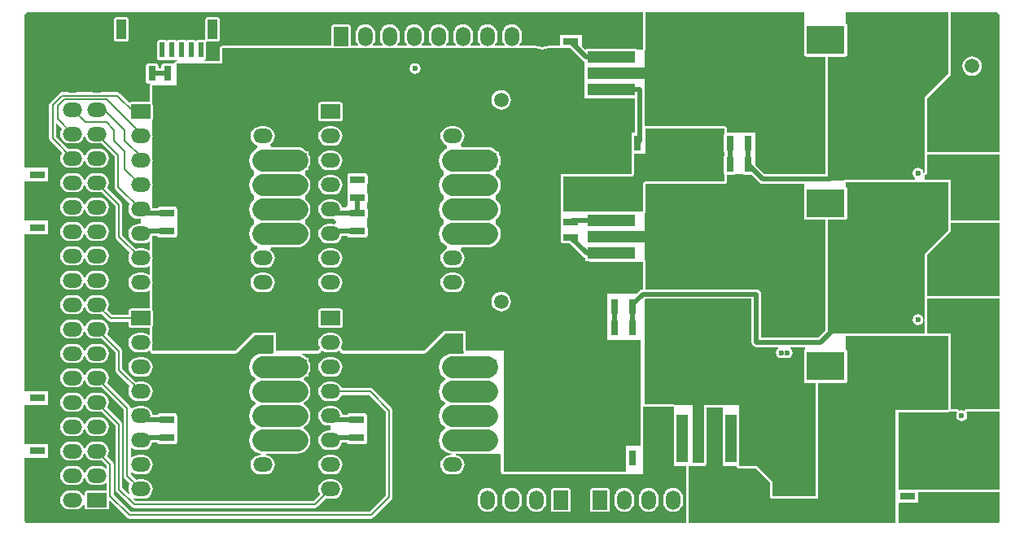
<source format=gtl>
G04 Layer_Physical_Order=1*
G04 Layer_Color=255*
%FSLAX44Y44*%
%MOMM*%
G71*
G01*
G75*
%ADD10R,1.6000X0.8000*%
%ADD11R,4.0000X3.0000*%
%ADD12R,0.8000X1.6000*%
%ADD13R,11.0000X11.0000*%
%ADD14R,1.2000X5.0000*%
%ADD15R,1.2000X8.0000*%
%ADD16R,11.0000X11.0000*%
%ADD17R,5.0000X1.2000*%
%ADD18R,8.0000X1.2000*%
%ADD19R,1.0000X2.0000*%
%ADD20R,0.6000X1.6000*%
%ADD21C,0.5000*%
%ADD22C,0.2032*%
%ADD23C,2.3000*%
%ADD24C,1.7500*%
%ADD25C,2.0000*%
%ADD26C,3.0000*%
%ADD27C,1.5000*%
%ADD28R,2.0000X1.5000*%
%ADD29O,2.0000X1.5000*%
%ADD30R,1.5000X2.0000*%
%ADD31O,1.5000X2.0000*%
%ADD32C,0.6000*%
G36*
X1265851Y488000D02*
X1190590D01*
Y530927D01*
X1214831Y555169D01*
X1215393Y556009D01*
X1215590Y557000D01*
Y564000D01*
X1265851D01*
Y488000D01*
D02*
G37*
G36*
X1213000Y607000D02*
X1213000Y557000D01*
X1188000Y532000D01*
Y463970D01*
X1186730Y463845D01*
X1186629Y464351D01*
X1186369Y465662D01*
X1185144Y467494D01*
X1183312Y468718D01*
X1181150Y469148D01*
X1178988Y468718D01*
X1177156Y467494D01*
X1175931Y465662D01*
X1175501Y463500D01*
X1175931Y461338D01*
X1177156Y459506D01*
X1178988Y458281D01*
X1181150Y457851D01*
X1183312Y458281D01*
X1185144Y459506D01*
X1186369Y461338D01*
X1186629Y462649D01*
X1186730Y463155D01*
X1188000Y463030D01*
Y449590D01*
X1106000D01*
X1105009Y449393D01*
X1104421Y449000D01*
X1087000D01*
Y450689D01*
X1087393Y451276D01*
X1087590Y452267D01*
Y567410D01*
X1105000D01*
X1105991Y567607D01*
X1106831Y568169D01*
X1107393Y569009D01*
X1107590Y570000D01*
Y600000D01*
X1107393Y600991D01*
X1106831Y601831D01*
X1106000Y602387D01*
Y607000D01*
X1213000Y607000D01*
D02*
G37*
G36*
X1265851Y566590D02*
X1215590D01*
X1215590Y567860D01*
X1215590Y607000D01*
X1215393Y607991D01*
X1214831Y608831D01*
X1213991Y609393D01*
X1213000Y609590D01*
X1188000D01*
Y613867D01*
X1188254Y613892D01*
X1188618Y614003D01*
X1188991Y614077D01*
X1189098Y614148D01*
X1189221Y614186D01*
X1189515Y614427D01*
X1189831Y614638D01*
X1189903Y614745D01*
X1190002Y614827D01*
X1190181Y615162D01*
X1190393Y615479D01*
X1190418Y615605D01*
X1190478Y615718D01*
X1190516Y616096D01*
X1190590Y616470D01*
Y635410D01*
X1265851D01*
Y566590D01*
D02*
G37*
G36*
X1063000Y771579D02*
X1062607Y770991D01*
X1062410Y770000D01*
Y740000D01*
X1062607Y739009D01*
X1063000Y738421D01*
Y738000D01*
X1063421D01*
X1064009Y737607D01*
X1065000Y737410D01*
X1085000D01*
Y615139D01*
X1021628D01*
X1012000Y624767D01*
Y658000D01*
X1008951D01*
X1008500Y658090D01*
X1000500D01*
X1000049Y658000D01*
X989951D01*
X989500Y658090D01*
X982590D01*
Y662410D01*
X982393Y663401D01*
X981831Y664241D01*
X981000Y664797D01*
Y665000D01*
X980000D01*
X980000Y665000D01*
X898000D01*
X897139Y665836D01*
Y703000D01*
X897000Y703697D01*
Y743421D01*
X897393Y744009D01*
X897590Y745000D01*
Y765897D01*
X898219Y766838D01*
X898649Y769000D01*
X898219Y771162D01*
X897590Y772103D01*
Y783351D01*
X1063000D01*
Y771579D01*
D02*
G37*
G36*
X980000Y657552D02*
X979669Y657331D01*
X979107Y656491D01*
X978910Y655500D01*
Y639500D01*
X979107Y638509D01*
X979669Y637669D01*
X980000Y637448D01*
Y635052D01*
X979669Y634831D01*
X979107Y633991D01*
X978910Y633000D01*
Y617000D01*
X979107Y616009D01*
X979669Y615169D01*
X980000Y614948D01*
Y607590D01*
X897750D01*
X896759Y607393D01*
X895919Y606831D01*
X895357Y605991D01*
X895160Y605000D01*
Y576000D01*
X812590D01*
Y578921D01*
X812540Y579172D01*
Y579427D01*
X812442Y579662D01*
X812393Y579912D01*
X812251Y580125D01*
X812153Y580360D01*
X812047Y580519D01*
X812000Y580755D01*
Y588245D01*
X812047Y588481D01*
X812153Y588640D01*
X812251Y588875D01*
X812393Y589087D01*
X812442Y589338D01*
X812540Y589573D01*
Y589828D01*
X812590Y590079D01*
Y612410D01*
X883000D01*
X883991Y612607D01*
X884831Y613169D01*
X885393Y614009D01*
X885590Y615000D01*
Y636000D01*
X898000D01*
Y662410D01*
X980000D01*
Y657552D01*
D02*
G37*
G36*
X999509Y614607D02*
X1000500Y614410D01*
X1007822D01*
X1015866Y606366D01*
X1017533Y605252D01*
X1019500Y604861D01*
X1063000D01*
Y601579D01*
X1062607Y600991D01*
X1062410Y600000D01*
Y570000D01*
X1062607Y569009D01*
X1063169Y568169D01*
X1064009Y567607D01*
X1065000Y567410D01*
X1085000D01*
Y452267D01*
X1077871Y445139D01*
X1018139D01*
Y490000D01*
X1017748Y491967D01*
X1016634Y493634D01*
X1014967Y494748D01*
X1013000Y495139D01*
X897590D01*
Y524000D01*
X897393Y524991D01*
X897000Y525579D01*
Y574182D01*
X897553Y575009D01*
X897750Y576000D01*
Y604745D01*
X897792Y604958D01*
X898005Y605000D01*
X980000D01*
X980991Y605197D01*
X981831Y605759D01*
X982393Y606599D01*
X982590Y607590D01*
Y614410D01*
X989500D01*
X990491Y614607D01*
X991079Y615000D01*
X998921D01*
X999509Y614607D01*
D02*
G37*
G36*
X1213000Y370000D02*
X1158000D01*
Y251649D01*
X942590D01*
Y311000D01*
X960000D01*
Y312697D01*
X960331Y312919D01*
X960893Y313759D01*
X961090Y314750D01*
Y372410D01*
X978000D01*
Y365201D01*
X977910Y364750D01*
Y314750D01*
X978000Y314299D01*
Y311000D01*
X992410D01*
X992607Y310009D01*
X993169Y309169D01*
X994009Y308607D01*
X995000Y308410D01*
X1012927Y308410D01*
X1027410Y293927D01*
Y280000D01*
X1027607Y279009D01*
X1028169Y278169D01*
X1029009Y277607D01*
X1030000Y277410D01*
X1075000D01*
X1075991Y277607D01*
X1076831Y278169D01*
X1077393Y279009D01*
X1077590Y280000D01*
Y397410D01*
X1105000D01*
X1105991Y397607D01*
X1106831Y398169D01*
X1107393Y399009D01*
X1107590Y400000D01*
Y430000D01*
X1107393Y430991D01*
X1106831Y431831D01*
X1106000Y432387D01*
Y447000D01*
X1213000D01*
Y370000D01*
D02*
G37*
G36*
X1265851Y254500D02*
X1265851Y253933D01*
X1265416Y252885D01*
X1264615Y252083D01*
X1263567Y251649D01*
X1160590D01*
Y272230D01*
X1161860Y272938D01*
X1162000Y272910D01*
X1178000D01*
X1178451Y273000D01*
X1181000D01*
Y284410D01*
X1265851D01*
Y254500D01*
D02*
G37*
G36*
X1007861Y440000D02*
X1008252Y438033D01*
X1009366Y436366D01*
X1011033Y435252D01*
X1013000Y434861D01*
X1035514D01*
X1035900Y433591D01*
X1035006Y432994D01*
X1033781Y431162D01*
X1033352Y429000D01*
X1033781Y426838D01*
X1035006Y425006D01*
X1036838Y423781D01*
X1039000Y423352D01*
X1041162Y423781D01*
X1042000Y424342D01*
X1042838Y423781D01*
X1045000Y423352D01*
X1047162Y423781D01*
X1048994Y425006D01*
X1050219Y426838D01*
X1050648Y429000D01*
X1050219Y431162D01*
X1048994Y432994D01*
X1048100Y433591D01*
X1048486Y434861D01*
X1064000D01*
Y432387D01*
X1063169Y431831D01*
X1062607Y430991D01*
X1062410Y430000D01*
Y400000D01*
X1062607Y399009D01*
X1063169Y398169D01*
X1064009Y397607D01*
X1065000Y397410D01*
X1075000D01*
Y280000D01*
X1030000D01*
X1030000Y295000D01*
X1014000Y311000D01*
X995000Y311000D01*
Y314299D01*
X995090Y314750D01*
Y364750D01*
X995000Y365201D01*
Y375000D01*
X928070D01*
X927991Y375053D01*
X927000Y375250D01*
X897755D01*
X897190Y375362D01*
X897000Y375441D01*
Y484733D01*
X897129Y484861D01*
X1007861D01*
Y440000D01*
D02*
G37*
G36*
X1265851Y370590D02*
X1231784D01*
X1231411Y370516D01*
X1231032Y370478D01*
X1230919Y370418D01*
X1230793Y370393D01*
X1230476Y370181D01*
X1230141Y370002D01*
X1230059Y369903D01*
X1229952Y369831D01*
X1229741Y369515D01*
X1229500Y369221D01*
X1229412Y369057D01*
X1228662Y368869D01*
X1226500Y369299D01*
X1224338Y368869D01*
X1223588Y369057D01*
X1223500Y369221D01*
X1223259Y369515D01*
X1223047Y369831D01*
X1222941Y369903D01*
X1222859Y370002D01*
X1222524Y370181D01*
X1222207Y370393D01*
X1222081Y370418D01*
X1221968Y370478D01*
X1221589Y370516D01*
X1221216Y370590D01*
X1215590D01*
Y447000D01*
X1215393Y447991D01*
X1214831Y448831D01*
X1213991Y449393D01*
X1213000Y449590D01*
X1190590D01*
Y463030D01*
X1190516Y463403D01*
X1190506Y463500D01*
X1190516Y463596D01*
X1190590Y463970D01*
Y485410D01*
X1265851D01*
Y370590D01*
D02*
G37*
G36*
Y287000D02*
X1160590D01*
Y367410D01*
X1213000D01*
X1213991Y367607D01*
X1214579Y368000D01*
X1221216D01*
X1221895Y366730D01*
X1221282Y365812D01*
X1220852Y363650D01*
X1221282Y361488D01*
X1222506Y359656D01*
X1224338Y358431D01*
X1226500Y358002D01*
X1228662Y358431D01*
X1230494Y359656D01*
X1231719Y361488D01*
X1232149Y363650D01*
X1231719Y365812D01*
X1231105Y366730D01*
X1231784Y368000D01*
X1265851D01*
Y287000D01*
D02*
G37*
G36*
X1263567Y783351D02*
X1264615Y782916D01*
X1265417Y782115D01*
X1265851Y781067D01*
X1265851Y780500D01*
Y780500D01*
Y780500D01*
Y638000D01*
X1190590D01*
Y693927D01*
X1214831Y718169D01*
X1215393Y719009D01*
X1215590Y720000D01*
X1215590Y783351D01*
X1263000D01*
X1263567Y783351D01*
D02*
G37*
G36*
X832366Y733366D02*
X834000Y732275D01*
X834000Y694000D01*
X886861Y694000D01*
Y658090D01*
X885500D01*
X885049Y658000D01*
X883000D01*
Y655951D01*
X882910Y655500D01*
Y639500D01*
X883000Y639049D01*
Y615000D01*
X810000D01*
Y590079D01*
X809607Y589491D01*
X809410Y588500D01*
Y580500D01*
X809607Y579509D01*
X810000Y578921D01*
Y571079D01*
X809607Y570491D01*
X809410Y569500D01*
Y561500D01*
X809607Y560509D01*
X810000Y559921D01*
Y555079D01*
X809607Y554491D01*
X809410Y553500D01*
Y545500D01*
X809607Y544509D01*
X810169Y543669D01*
X811009Y543107D01*
X812000Y542910D01*
X819323D01*
X832866Y529366D01*
X834533Y528252D01*
X834660Y528227D01*
Y527000D01*
X834857Y526009D01*
X835419Y525169D01*
X836259Y524607D01*
X837250Y524410D01*
X839090D01*
X839500Y524000D01*
X895000Y524000D01*
Y495139D01*
X893034Y494748D01*
X891366Y493634D01*
X888733Y491000D01*
X857500D01*
X857500Y485000D01*
X857500Y442500D01*
X892500Y442500D01*
X892500Y332000D01*
X877000Y332000D01*
Y305000D01*
X750000Y305000D01*
X750000Y431000D01*
X711000D01*
X711000Y452000D01*
X688000Y452000D01*
X667000Y431000D01*
X582338Y431000D01*
X580858Y434000D01*
X581270Y434537D01*
X582282Y436979D01*
X582627Y439600D01*
X582282Y442221D01*
X581270Y444663D01*
X579661Y446761D01*
X577563Y448370D01*
X575121Y449382D01*
X572500Y449727D01*
X567500D01*
X564879Y449382D01*
X562437Y448370D01*
X560339Y446761D01*
X558730Y444663D01*
X557718Y442221D01*
X557373Y439600D01*
X557718Y436979D01*
X558730Y434537D01*
X559142Y434000D01*
X557662Y431000D01*
X513000D01*
Y450000D01*
X490000Y450000D01*
X471000Y431000D01*
X385000D01*
Y438638D01*
X385127Y439600D01*
X385000Y440563D01*
Y457048D01*
X385090Y457500D01*
Y472500D01*
X385000Y472952D01*
X385000Y501238D01*
X385127Y502200D01*
X385000Y503162D01*
Y526638D01*
X385127Y527600D01*
X385000Y528562D01*
Y550861D01*
X389537D01*
X389607Y550509D01*
X390169Y549669D01*
X391009Y549107D01*
X392000Y548910D01*
X408000D01*
X408991Y549107D01*
X409831Y549669D01*
X410393Y550509D01*
X410590Y551500D01*
Y578500D01*
X410393Y579491D01*
X409831Y580331D01*
X408991Y580893D01*
X408000Y581090D01*
X392000D01*
X391009Y580893D01*
X390169Y580331D01*
X389751Y579706D01*
X385000D01*
Y602838D01*
X385127Y603800D01*
X385000Y604762D01*
Y628238D01*
X385127Y629200D01*
X385000Y630162D01*
X385000Y653638D01*
X385127Y654600D01*
X385000Y655562D01*
Y672049D01*
X385090Y672500D01*
Y687500D01*
X385000Y687951D01*
Y707500D01*
X410000D01*
Y730000D01*
X457500D01*
X457500Y746000D01*
X606198D01*
X606400Y745973D01*
X606602Y746000D01*
X631598D01*
X631800Y745973D01*
X632002Y746000D01*
X656998D01*
X657200Y745973D01*
X657402Y746000D01*
X682398D01*
X682600Y745973D01*
X682802Y746000D01*
X707798D01*
X708000Y745973D01*
X708202Y746000D01*
X733198D01*
X733400Y745973D01*
X733602Y746000D01*
X758598D01*
X758800Y745973D01*
X759002Y746000D01*
X783970D01*
X786562Y745214D01*
X790000Y744875D01*
X793438Y745214D01*
X796030Y746000D01*
X819733D01*
X832366Y733366D01*
D02*
G37*
G36*
X255000Y783351D02*
X255000Y783351D01*
X255000Y783351D01*
X895000Y783351D01*
Y745000D01*
X888829D01*
X888241Y745393D01*
X887250Y745590D01*
X837250D01*
X836259Y745393D01*
X835671Y745000D01*
X835267D01*
X832000Y748267D01*
Y760000D01*
X809000D01*
Y748590D01*
X796030D01*
X795657Y748515D01*
X795278Y748478D01*
X792931Y747766D01*
X790000Y747477D01*
X787069Y747766D01*
X784722Y748478D01*
X784343Y748515D01*
X783970Y748590D01*
X767293D01*
X766667Y749860D01*
X767570Y751037D01*
X768582Y753479D01*
X768927Y756100D01*
Y761100D01*
X768582Y763721D01*
X767570Y766163D01*
X765961Y768261D01*
X763863Y769870D01*
X761421Y770882D01*
X758800Y771227D01*
X756179Y770882D01*
X753737Y769870D01*
X751639Y768261D01*
X750030Y766163D01*
X749018Y763721D01*
X748673Y761100D01*
Y756100D01*
X749018Y753479D01*
X750030Y751037D01*
X750933Y749860D01*
X750307Y748590D01*
X741893D01*
X741267Y749860D01*
X742170Y751037D01*
X743182Y753479D01*
X743527Y756100D01*
Y761100D01*
X743182Y763721D01*
X742170Y766163D01*
X740561Y768261D01*
X738463Y769870D01*
X736021Y770882D01*
X733400Y771227D01*
X730779Y770882D01*
X728337Y769870D01*
X726239Y768261D01*
X724630Y766163D01*
X723618Y763721D01*
X723273Y761100D01*
Y756100D01*
X723618Y753479D01*
X724630Y751037D01*
X725533Y749860D01*
X724907Y748590D01*
X716493D01*
X715867Y749860D01*
X716770Y751037D01*
X717782Y753479D01*
X718127Y756100D01*
Y761100D01*
X717782Y763721D01*
X716770Y766163D01*
X715161Y768261D01*
X713063Y769870D01*
X710621Y770882D01*
X708000Y771227D01*
X705379Y770882D01*
X702937Y769870D01*
X700839Y768261D01*
X699230Y766163D01*
X698218Y763721D01*
X697873Y761100D01*
Y756100D01*
X698218Y753479D01*
X699230Y751037D01*
X700133Y749860D01*
X699507Y748590D01*
X691093D01*
X690467Y749860D01*
X691370Y751037D01*
X692382Y753479D01*
X692727Y756100D01*
Y761100D01*
X692382Y763721D01*
X691370Y766163D01*
X689761Y768261D01*
X687663Y769870D01*
X685221Y770882D01*
X682600Y771227D01*
X679979Y770882D01*
X677537Y769870D01*
X675439Y768261D01*
X673830Y766163D01*
X672818Y763721D01*
X672473Y761100D01*
Y756100D01*
X672818Y753479D01*
X673830Y751037D01*
X674733Y749860D01*
X674107Y748590D01*
X665693D01*
X665067Y749860D01*
X665970Y751037D01*
X666982Y753479D01*
X667327Y756100D01*
Y761100D01*
X666982Y763721D01*
X665970Y766163D01*
X664361Y768261D01*
X662263Y769870D01*
X659821Y770882D01*
X657200Y771227D01*
X654579Y770882D01*
X652137Y769870D01*
X650039Y768261D01*
X648430Y766163D01*
X647418Y763721D01*
X647073Y761100D01*
Y756100D01*
X647418Y753479D01*
X648430Y751037D01*
X649333Y749860D01*
X648707Y748590D01*
X640293D01*
X639667Y749860D01*
X640570Y751037D01*
X641582Y753479D01*
X641927Y756100D01*
Y761100D01*
X641582Y763721D01*
X640570Y766163D01*
X638961Y768261D01*
X636863Y769870D01*
X634421Y770882D01*
X631800Y771227D01*
X629179Y770882D01*
X626737Y769870D01*
X624639Y768261D01*
X623030Y766163D01*
X622018Y763721D01*
X621673Y761100D01*
Y756100D01*
X622018Y753479D01*
X623030Y751037D01*
X623933Y749860D01*
X623307Y748590D01*
X614893D01*
X614267Y749860D01*
X615170Y751037D01*
X616182Y753479D01*
X616527Y756100D01*
Y761100D01*
X616182Y763721D01*
X615170Y766163D01*
X613561Y768261D01*
X611463Y769870D01*
X609021Y770882D01*
X606400Y771227D01*
X603779Y770882D01*
X601337Y769870D01*
X599239Y768261D01*
X597630Y766163D01*
X596618Y763721D01*
X596273Y761100D01*
Y756100D01*
X596618Y753479D01*
X597630Y751037D01*
X598533Y749860D01*
X597907Y748590D01*
X591098D01*
X591090Y748600D01*
Y768600D01*
X590893Y769591D01*
X590331Y770431D01*
X589491Y770993D01*
X588500Y771190D01*
X573500D01*
X572509Y770993D01*
X571669Y770431D01*
X571107Y769591D01*
X570910Y768600D01*
Y748600D01*
X570902Y748590D01*
X457500D01*
X456509Y748393D01*
X455669Y747831D01*
X455107Y746991D01*
X454910Y746000D01*
X454910Y732590D01*
X439128D01*
X438991Y733857D01*
X439831Y734419D01*
X440393Y735259D01*
X440590Y736250D01*
Y743954D01*
X440648Y744250D01*
X440590Y744546D01*
Y752250D01*
X440545Y752474D01*
X441057Y752943D01*
X441671Y753325D01*
X442500Y753160D01*
X452500D01*
X453491Y753357D01*
X454331Y753919D01*
X454893Y754759D01*
X455090Y755750D01*
Y775750D01*
X454893Y776741D01*
X454331Y777581D01*
X453491Y778143D01*
X452500Y778340D01*
X442500D01*
X441509Y778143D01*
X440669Y777581D01*
X440107Y776741D01*
X439910Y775750D01*
Y755750D01*
X439955Y755526D01*
X439443Y755057D01*
X438829Y754675D01*
X438000Y754840D01*
X432000D01*
X431009Y754643D01*
X430169Y754081D01*
X429831D01*
X428991Y754643D01*
X428000Y754840D01*
X422000D01*
X421009Y754643D01*
X420169Y754081D01*
X419831D01*
X418991Y754643D01*
X418000Y754840D01*
X412000D01*
X411009Y754643D01*
X410169Y754081D01*
X409831D01*
X408991Y754643D01*
X408000Y754840D01*
X402000D01*
X401009Y754643D01*
X400169Y754081D01*
X399831D01*
X398991Y754643D01*
X398000Y754840D01*
X392000D01*
X391009Y754643D01*
X390169Y754081D01*
X389607Y753241D01*
X389410Y752250D01*
Y744546D01*
X389352Y744250D01*
X389410Y743954D01*
Y736250D01*
X389607Y735259D01*
X390169Y734419D01*
X391009Y733857D01*
X392000Y733660D01*
X398000D01*
X398991Y733857D01*
X399831Y734419D01*
X400169D01*
X401009Y733857D01*
X402000Y733660D01*
X408000D01*
X408991Y733857D01*
X409831Y734419D01*
X409979D01*
X410568Y733860D01*
X410061Y732590D01*
X410000D01*
X409009Y732393D01*
X408169Y731831D01*
X407607Y730991D01*
X407410Y730000D01*
X406079D01*
X405491Y730393D01*
X404500Y730590D01*
X396500D01*
X395509Y730393D01*
X394669Y729831D01*
X394107Y728991D01*
X393910Y728000D01*
Y725139D01*
X391090D01*
Y728000D01*
X390893Y728991D01*
X390331Y729831D01*
X389491Y730393D01*
X388500Y730590D01*
X380500D01*
X379509Y730393D01*
X378669Y729831D01*
X378107Y728991D01*
X377910Y728000D01*
Y712000D01*
X378107Y711009D01*
X378669Y710169D01*
X379509Y709607D01*
X380500Y709410D01*
X381694D01*
X381968Y709134D01*
X382538Y708140D01*
X382410Y707500D01*
Y700000D01*
Y690090D01*
X362500D01*
X361509Y689893D01*
X360745Y689382D01*
X350881Y699247D01*
X349753Y700000D01*
X349705Y700033D01*
X348317Y700309D01*
X348317Y700309D01*
X290683D01*
X290683Y700309D01*
X289296Y700033D01*
X289247Y700000D01*
X288119Y699247D01*
X288119Y699247D01*
X278436Y689564D01*
X277650Y688388D01*
X277374Y687000D01*
X277374Y687000D01*
Y652200D01*
X277374Y652200D01*
X277650Y650813D01*
X278436Y649636D01*
X290799Y637274D01*
X290330Y636663D01*
X289318Y634221D01*
X288973Y631600D01*
X289318Y628979D01*
X290330Y626537D01*
X291939Y624439D01*
X294037Y622830D01*
X296479Y621818D01*
X299100Y621473D01*
X304100D01*
X306721Y621818D01*
X309163Y622830D01*
X311261Y624439D01*
X312870Y626537D01*
X313613Y628330D01*
X314987D01*
X315730Y626537D01*
X317339Y624439D01*
X319437Y622830D01*
X321879Y621818D01*
X324500Y621473D01*
X329500D01*
X332121Y621818D01*
X334563Y622830D01*
X336661Y624439D01*
X338270Y626537D01*
X339282Y628979D01*
X339627Y631600D01*
X339282Y634221D01*
X338270Y636663D01*
X336661Y638761D01*
X334563Y640370D01*
X332121Y641382D01*
X329500Y641727D01*
X324500D01*
X321879Y641382D01*
X319437Y640370D01*
X317339Y638761D01*
X315730Y636663D01*
X314987Y634870D01*
X313613D01*
X312870Y636663D01*
X311261Y638761D01*
X309163Y640370D01*
X306721Y641382D01*
X304100Y641727D01*
X299100D01*
X296892Y641436D01*
X284626Y653702D01*
Y667188D01*
X285799Y667673D01*
X290799Y662674D01*
X290330Y662063D01*
X289318Y659621D01*
X288973Y657000D01*
X289318Y654379D01*
X290330Y651937D01*
X291939Y649839D01*
X294037Y648230D01*
X296479Y647218D01*
X299100Y646873D01*
X304100D01*
X306721Y647218D01*
X309163Y648230D01*
X311261Y649839D01*
X312870Y651937D01*
X313613Y653730D01*
X314987D01*
X315730Y651937D01*
X317339Y649839D01*
X319437Y648230D01*
X321879Y647218D01*
X324500Y646873D01*
X329500D01*
X331708Y647164D01*
X345374Y633498D01*
Y601900D01*
X345374Y601900D01*
X345650Y600513D01*
X346436Y599336D01*
X361699Y584074D01*
X361230Y583463D01*
X360218Y581021D01*
X359873Y578400D01*
X360218Y575779D01*
X361230Y573337D01*
X362839Y571239D01*
X364937Y569630D01*
X367379Y568618D01*
X370000Y568273D01*
X372500D01*
Y563127D01*
X370000D01*
X367379Y562782D01*
X364937Y561770D01*
X362839Y560161D01*
X361230Y558063D01*
X360218Y555621D01*
X359873Y553000D01*
X360218Y550379D01*
X361230Y547937D01*
X362839Y545839D01*
X364937Y544230D01*
X367379Y543218D01*
X370000Y542873D01*
X375000D01*
X377621Y543218D01*
X380063Y544230D01*
X381140Y545056D01*
X382410Y544430D01*
Y536170D01*
X381140Y535544D01*
X380063Y536370D01*
X377621Y537382D01*
X375000Y537727D01*
X370000D01*
X367792Y537436D01*
X353626Y551602D01*
Y583200D01*
X353350Y584588D01*
X352564Y585764D01*
X352564Y585764D01*
X337801Y600526D01*
X338270Y601137D01*
X339282Y603579D01*
X339627Y606200D01*
X339282Y608821D01*
X338270Y611263D01*
X336661Y613361D01*
X334563Y614970D01*
X332121Y615982D01*
X329500Y616327D01*
X324500D01*
X321879Y615982D01*
X319437Y614970D01*
X317339Y613361D01*
X315730Y611263D01*
X314987Y609470D01*
X313613D01*
X312870Y611263D01*
X311261Y613361D01*
X309163Y614970D01*
X306721Y615982D01*
X304100Y616327D01*
X299100D01*
X296479Y615982D01*
X294037Y614970D01*
X291939Y613361D01*
X290330Y611263D01*
X289318Y608821D01*
X288973Y606200D01*
X289318Y603579D01*
X290330Y601137D01*
X291939Y599039D01*
X294037Y597430D01*
X296479Y596418D01*
X299100Y596073D01*
X304100D01*
X306721Y596418D01*
X309163Y597430D01*
X311261Y599039D01*
X312870Y601137D01*
X313613Y602930D01*
X314987D01*
X315730Y601137D01*
X317339Y599039D01*
X319437Y597430D01*
X321879Y596418D01*
X324500Y596073D01*
X329500D01*
X331708Y596364D01*
X346374Y581698D01*
Y550100D01*
X346374Y550100D01*
X346650Y548713D01*
X347436Y547536D01*
X361699Y533274D01*
X361230Y532663D01*
X360218Y530221D01*
X359873Y527600D01*
X360218Y524979D01*
X361230Y522537D01*
X362839Y520439D01*
X364937Y518830D01*
X367379Y517818D01*
X370000Y517473D01*
X375000D01*
X377621Y517818D01*
X380063Y518830D01*
X381140Y519656D01*
X382410Y519030D01*
Y510770D01*
X381140Y510144D01*
X380063Y510970D01*
X377621Y511982D01*
X375000Y512327D01*
X370000D01*
X367379Y511982D01*
X364937Y510970D01*
X362839Y509361D01*
X361230Y507263D01*
X360218Y504821D01*
X359873Y502200D01*
X360218Y499579D01*
X361230Y497137D01*
X362839Y495039D01*
X364937Y493430D01*
X367379Y492418D01*
X370000Y492073D01*
X375000D01*
X377621Y492418D01*
X380063Y493430D01*
X381140Y494256D01*
X382410Y493630D01*
X382410Y475090D01*
X362500D01*
X361509Y474893D01*
X360669Y474331D01*
X360107Y473491D01*
X359910Y472500D01*
Y468626D01*
X342702D01*
X337801Y473526D01*
X338270Y474137D01*
X339282Y476579D01*
X339627Y479200D01*
X339282Y481821D01*
X338270Y484263D01*
X336661Y486361D01*
X334563Y487970D01*
X332121Y488982D01*
X329500Y489327D01*
X324500D01*
X321879Y488982D01*
X319437Y487970D01*
X317339Y486361D01*
X315730Y484263D01*
X314987Y482470D01*
X313613D01*
X312870Y484263D01*
X311261Y486361D01*
X309163Y487970D01*
X306721Y488982D01*
X304100Y489327D01*
X299100D01*
X296479Y488982D01*
X294037Y487970D01*
X291939Y486361D01*
X290330Y484263D01*
X289318Y481821D01*
X288973Y479200D01*
X289318Y476579D01*
X290330Y474137D01*
X291939Y472039D01*
X294037Y470430D01*
X296479Y469418D01*
X299100Y469073D01*
X304100D01*
X306721Y469418D01*
X309163Y470430D01*
X311261Y472039D01*
X312870Y474137D01*
X313613Y475930D01*
X314987D01*
X315730Y474137D01*
X317339Y472039D01*
X319437Y470430D01*
X321879Y469418D01*
X324500Y469073D01*
X329500D01*
X331708Y469364D01*
X338636Y462436D01*
X338636Y462436D01*
X339813Y461650D01*
X341200Y461374D01*
X341200Y461374D01*
X359910D01*
Y457500D01*
X360107Y456509D01*
X360669Y455669D01*
X361509Y455107D01*
X362500Y454910D01*
X382410D01*
Y448170D01*
X381140Y447544D01*
X380063Y448370D01*
X377621Y449382D01*
X375000Y449727D01*
X370000D01*
X367379Y449382D01*
X364937Y448370D01*
X362839Y446761D01*
X361230Y444663D01*
X360218Y442221D01*
X359873Y439600D01*
X360218Y436979D01*
X361230Y434537D01*
X362839Y432439D01*
X364937Y430830D01*
X367379Y429818D01*
X370000Y429473D01*
X375000D01*
X377621Y429818D01*
X380063Y430830D01*
X381140Y431656D01*
X382410Y431030D01*
Y431000D01*
X382607Y430009D01*
X383169Y429169D01*
X384009Y428607D01*
X385000Y428410D01*
X471000D01*
X471991Y428607D01*
X472831Y429169D01*
X491073Y447410D01*
X510410Y447410D01*
Y431000D01*
X510607Y430009D01*
X510860Y429631D01*
X510266Y428361D01*
X499500D01*
X495835Y427879D01*
X492419Y426464D01*
X489487Y424213D01*
X487236Y421281D01*
X485821Y417865D01*
X485339Y414200D01*
X485821Y410535D01*
X487236Y407119D01*
X489487Y404187D01*
X491994Y402262D01*
X492089Y401996D01*
Y401004D01*
X491994Y400738D01*
X489487Y398814D01*
X487236Y395881D01*
X485821Y392465D01*
X485339Y388800D01*
X485821Y385135D01*
X487236Y381719D01*
X489487Y378787D01*
X491994Y376862D01*
X492089Y376596D01*
Y375604D01*
X491994Y375338D01*
X489487Y373414D01*
X487236Y370481D01*
X485821Y367065D01*
X485339Y363400D01*
X485821Y359735D01*
X487236Y356319D01*
X489487Y353387D01*
X491994Y351462D01*
X492089Y351197D01*
Y350204D01*
X491994Y349938D01*
X489487Y348013D01*
X487236Y345081D01*
X485821Y341665D01*
X485339Y338000D01*
X485821Y334335D01*
X487236Y330919D01*
X489487Y327987D01*
X492419Y325736D01*
X495835Y324321D01*
X498302Y323997D01*
X498218Y322727D01*
X497000D01*
X494379Y322382D01*
X491937Y321370D01*
X489839Y319761D01*
X488230Y317663D01*
X487218Y315221D01*
X486873Y312600D01*
X487218Y309979D01*
X488230Y307537D01*
X489839Y305439D01*
X491937Y303830D01*
X494379Y302818D01*
X497000Y302473D01*
X502000D01*
X504621Y302818D01*
X507063Y303830D01*
X509161Y305439D01*
X510770Y307537D01*
X511782Y309979D01*
X512127Y312600D01*
X511782Y315221D01*
X510770Y317663D01*
X509161Y319761D01*
X507063Y321370D01*
X504621Y322382D01*
X503199Y322569D01*
X503282Y323839D01*
X534900D01*
X538565Y324321D01*
X541981Y325736D01*
X544913Y327987D01*
X547164Y330919D01*
X548579Y334335D01*
X549061Y338000D01*
X548579Y341665D01*
X547164Y345081D01*
X544913Y348013D01*
X542406Y349938D01*
X542312Y350204D01*
Y351197D01*
X542406Y351462D01*
X544913Y353387D01*
X547164Y356319D01*
X548579Y359735D01*
X549061Y363400D01*
X548579Y367065D01*
X547164Y370481D01*
X544913Y373414D01*
X542406Y375338D01*
X542312Y375604D01*
Y376596D01*
X542406Y376862D01*
X544913Y378787D01*
X547164Y381719D01*
X548579Y385135D01*
X549061Y388800D01*
X548579Y392465D01*
X547164Y395881D01*
X544913Y398814D01*
X542406Y400738D01*
X542312Y401004D01*
Y401996D01*
X542406Y402262D01*
X544684Y404010D01*
X545000D01*
X545991Y404207D01*
X546831Y404769D01*
X547393Y405609D01*
X547590Y406600D01*
Y408148D01*
X548579Y410535D01*
X549061Y414200D01*
X548579Y417865D01*
X547590Y420253D01*
Y421600D01*
X547393Y422591D01*
X546831Y423431D01*
X545991Y423993D01*
X545000Y424190D01*
X544932D01*
X544913Y424213D01*
X541981Y426464D01*
X540348Y427140D01*
X540601Y428410D01*
X557662D01*
X558076Y428493D01*
X558495Y428548D01*
X558569Y428591D01*
X558653Y428607D01*
X559005Y428842D01*
X559370Y429053D01*
X559422Y429121D01*
X559494Y429169D01*
X559728Y429520D01*
X559985Y429855D01*
X560564Y431029D01*
X561801Y431318D01*
X562437Y430830D01*
X564879Y429818D01*
X567500Y429473D01*
X572500D01*
X575121Y429818D01*
X577563Y430830D01*
X578199Y431318D01*
X579436Y431029D01*
X580015Y429855D01*
X580272Y429520D01*
X580506Y429169D01*
X580578Y429121D01*
X580630Y429053D01*
X580995Y428842D01*
X581347Y428607D01*
X581431Y428591D01*
X581505Y428548D01*
X581924Y428493D01*
X582338Y428410D01*
X667000Y428410D01*
X667991Y428607D01*
X668831Y429169D01*
X668831Y429169D01*
X689072Y449410D01*
X708410Y449410D01*
X708410Y431000D01*
X708607Y430009D01*
X708860Y429631D01*
X708266Y428361D01*
X697000D01*
X693335Y427879D01*
X689919Y426464D01*
X686987Y424213D01*
X684736Y421281D01*
X683321Y417865D01*
X682839Y414200D01*
X683321Y410535D01*
X684736Y407119D01*
X686987Y404187D01*
X689494Y402262D01*
X689588Y401996D01*
Y401004D01*
X689494Y400738D01*
X686987Y398814D01*
X684736Y395881D01*
X683321Y392465D01*
X682839Y388800D01*
X683321Y385135D01*
X684736Y381719D01*
X686987Y378787D01*
X689494Y376862D01*
X689588Y376596D01*
Y375604D01*
X689494Y375338D01*
X686987Y373414D01*
X684736Y370481D01*
X683321Y367065D01*
X682839Y363400D01*
X683321Y359735D01*
X684736Y356319D01*
X686987Y353387D01*
X689494Y351462D01*
X689588Y351197D01*
Y350204D01*
X689494Y349938D01*
X686987Y348013D01*
X684736Y345081D01*
X683321Y341665D01*
X682839Y338000D01*
X683321Y334335D01*
X684736Y330919D01*
X686987Y327987D01*
X689919Y325736D01*
X693335Y324321D01*
X695801Y323997D01*
X695718Y322727D01*
X694500D01*
X691879Y322382D01*
X689437Y321370D01*
X687339Y319761D01*
X685730Y317663D01*
X684718Y315221D01*
X684373Y312600D01*
X684718Y309979D01*
X685730Y307537D01*
X686270Y306833D01*
X687339Y305439D01*
X689437Y303830D01*
X691879Y302818D01*
X694500Y302473D01*
X699500D01*
X702121Y302818D01*
X704563Y303830D01*
X706661Y305439D01*
X708270Y307537D01*
X709282Y309979D01*
X709627Y312600D01*
X709282Y315221D01*
X708270Y317663D01*
X706661Y319761D01*
X704563Y321370D01*
X702121Y322382D01*
X700698Y322569D01*
D01*
X700782Y323839D01*
X732900D01*
X734124Y324000D01*
X746140D01*
X747410Y322900D01*
Y305000D01*
X747607Y304009D01*
X748000Y303421D01*
Y303000D01*
X748421D01*
X749009Y302607D01*
X750000Y302410D01*
X877000Y302410D01*
X877991Y302607D01*
X878579Y303000D01*
X895000D01*
Y331549D01*
X895090Y332000D01*
Y372693D01*
X896360Y372957D01*
X896509Y372857D01*
X897500Y372660D01*
X927000D01*
Y365201D01*
X926910Y364750D01*
Y314750D01*
X927000Y314299D01*
Y311000D01*
X940000D01*
Y251649D01*
X255000D01*
X254333Y251649D01*
X253102Y252160D01*
X252160Y253102D01*
X251649Y254333D01*
Y255000D01*
Y320000D01*
X276000D01*
Y334000D01*
X251649D01*
Y375000D01*
X276000D01*
Y389000D01*
X251649D01*
X251649Y552500D01*
X276000D01*
Y566500D01*
X251649D01*
Y607500D01*
X276000D01*
Y621500D01*
X251649D01*
Y700309D01*
Y780000D01*
X251649Y780000D01*
X251649Y780000D01*
X251649Y780667D01*
X252160Y781898D01*
X253102Y782840D01*
X254333Y783351D01*
X255000Y783351D01*
D02*
G37*
G36*
X1213000Y720000D02*
X1188000Y695000D01*
Y616470D01*
X1186730Y616344D01*
X1186369Y618162D01*
X1185144Y619994D01*
X1183312Y621218D01*
X1181150Y621648D01*
X1178988Y621218D01*
X1177156Y619994D01*
X1175931Y618162D01*
X1175501Y616000D01*
X1175931Y613838D01*
X1177156Y612006D01*
X1177872Y611527D01*
X1178179Y609801D01*
X1178027Y609590D01*
X1106000Y609590D01*
X1105009Y609393D01*
X1104169Y608831D01*
X1103613Y608000D01*
X1087000D01*
Y613560D01*
X1087393Y614148D01*
X1087590Y615139D01*
Y737410D01*
X1105000D01*
X1105991Y737607D01*
X1106831Y738169D01*
X1107393Y739009D01*
X1107590Y740000D01*
Y770000D01*
X1107393Y770991D01*
X1106831Y771831D01*
X1106000Y772387D01*
Y783351D01*
X1213000D01*
X1213000Y720000D01*
D02*
G37*
%LPC*%
G36*
X1237500Y737627D02*
X1234879Y737282D01*
X1232437Y736270D01*
X1230339Y734661D01*
X1228730Y732563D01*
X1227718Y730121D01*
X1227373Y727500D01*
X1227718Y724879D01*
X1228730Y722437D01*
X1230339Y720339D01*
X1232437Y718730D01*
X1234879Y717718D01*
X1237500Y717373D01*
X1240121Y717718D01*
X1242563Y718730D01*
X1244661Y720339D01*
X1246270Y722437D01*
X1247282Y724879D01*
X1247627Y727500D01*
X1247282Y730121D01*
X1246270Y732563D01*
X1244661Y734661D01*
X1242563Y736270D01*
X1240121Y737282D01*
X1237500Y737627D01*
D02*
G37*
G36*
X658000Y730648D02*
X655838Y730219D01*
X654006Y728994D01*
X652781Y727162D01*
X652352Y725000D01*
X652781Y722838D01*
X654006Y721006D01*
X655838Y719781D01*
X658000Y719352D01*
X660162Y719781D01*
X661994Y721006D01*
X663219Y722838D01*
X663649Y725000D01*
X663219Y727162D01*
X661994Y728994D01*
X660162Y730219D01*
X658000Y730648D01*
D02*
G37*
G36*
X699500Y664727D02*
X694500D01*
X691879Y664382D01*
X689437Y663370D01*
X687339Y661761D01*
X685730Y659663D01*
X684718Y657221D01*
X684373Y654600D01*
X684718Y651979D01*
X685730Y649537D01*
X687339Y647439D01*
X689437Y645830D01*
X691029Y645171D01*
X691298Y642349D01*
X691216Y642001D01*
X689919Y641464D01*
X686987Y639213D01*
X684736Y636281D01*
X683321Y632865D01*
X682839Y629200D01*
X683321Y625535D01*
X684736Y622119D01*
X686987Y619187D01*
X688024Y618391D01*
Y614609D01*
X686987Y613814D01*
X684736Y610881D01*
X683321Y607465D01*
X682839Y603800D01*
X683321Y600135D01*
X684736Y596719D01*
X686987Y593787D01*
X688024Y592991D01*
Y589209D01*
X686987Y588414D01*
X684736Y585481D01*
X683321Y582065D01*
X682839Y578400D01*
X683321Y574735D01*
X684736Y571319D01*
X686987Y568387D01*
X688024Y567591D01*
Y563809D01*
X686987Y563013D01*
X684736Y560081D01*
X683321Y556665D01*
X682839Y553000D01*
X683321Y549335D01*
X684736Y545919D01*
X686987Y542987D01*
X689919Y540736D01*
X691216Y540199D01*
X691298Y539851D01*
X691029Y537029D01*
X689437Y536370D01*
X687339Y534761D01*
X685730Y532663D01*
X684718Y530221D01*
X684373Y527600D01*
X684718Y524979D01*
X685730Y522537D01*
X687339Y520439D01*
X689437Y518830D01*
X691879Y517818D01*
X694500Y517473D01*
X699500D01*
X702121Y517818D01*
X704563Y518830D01*
X706661Y520439D01*
X708270Y522537D01*
X709282Y524979D01*
X709627Y527600D01*
X709282Y530221D01*
X708270Y532663D01*
X706661Y534761D01*
X705256Y535839D01*
X706058Y538839D01*
X732900D01*
X736565Y539321D01*
X739981Y540736D01*
X742913Y542987D01*
X745164Y545919D01*
X746579Y549335D01*
X747061Y553000D01*
X746579Y556665D01*
X745164Y560081D01*
X742913Y563013D01*
X741876Y563809D01*
Y567591D01*
X742913Y568387D01*
X745164Y571319D01*
X746579Y574735D01*
X747061Y578400D01*
X746579Y582065D01*
X745164Y585481D01*
X742913Y588414D01*
X741876Y589209D01*
Y592991D01*
X742913Y593787D01*
X745164Y596719D01*
X746579Y600135D01*
X747061Y603800D01*
X746579Y607465D01*
X745164Y610881D01*
X742913Y613814D01*
X741876Y614609D01*
Y616345D01*
X743000Y619010D01*
X743991Y619207D01*
X744831Y619769D01*
X745393Y620609D01*
X745590Y621600D01*
Y623148D01*
X746579Y625535D01*
X747061Y629200D01*
X746579Y632865D01*
X745590Y635253D01*
Y636600D01*
X745393Y637591D01*
X744831Y638431D01*
X743991Y638993D01*
X743000Y639190D01*
X742932D01*
X742913Y639213D01*
X739981Y641464D01*
X736565Y642879D01*
X732900Y643361D01*
X706058D01*
X705256Y646361D01*
X706661Y647439D01*
X708270Y649537D01*
X709282Y651979D01*
X709627Y654600D01*
X709282Y657221D01*
X708270Y659663D01*
X706661Y661761D01*
X704563Y663370D01*
X702121Y664382D01*
X699500Y664727D01*
D02*
G37*
G36*
X572500Y537727D02*
X567500D01*
X564879Y537382D01*
X562437Y536370D01*
X560339Y534761D01*
X558730Y532663D01*
X557718Y530221D01*
X557373Y527600D01*
X557718Y524979D01*
X558730Y522537D01*
X560339Y520439D01*
X562437Y518830D01*
X564879Y517818D01*
X567500Y517473D01*
X572500D01*
X575121Y517818D01*
X577563Y518830D01*
X579661Y520439D01*
X581270Y522537D01*
X582282Y524979D01*
X582627Y527600D01*
X582282Y530221D01*
X581270Y532663D01*
X579661Y534761D01*
X577563Y536370D01*
X575121Y537382D01*
X572500Y537727D01*
D02*
G37*
G36*
X502000Y664727D02*
X497000D01*
X494379Y664382D01*
X491937Y663370D01*
X489839Y661761D01*
X488230Y659663D01*
X487218Y657221D01*
X486873Y654600D01*
X487218Y651979D01*
X488230Y649537D01*
X489839Y647439D01*
X491937Y645830D01*
X493699Y645100D01*
X494036Y642907D01*
X493858Y641919D01*
X492519Y641364D01*
X489587Y639114D01*
X487336Y636181D01*
X485921Y632765D01*
X485439Y629100D01*
X485921Y625435D01*
X487336Y622019D01*
X489587Y619087D01*
X490508Y618379D01*
Y614598D01*
X489487Y613814D01*
X487236Y610881D01*
X485821Y607465D01*
X485339Y603800D01*
X485821Y600135D01*
X487236Y596719D01*
X489487Y593787D01*
X490524Y592991D01*
Y589209D01*
X489487Y588414D01*
X487236Y585481D01*
X485821Y582065D01*
X485339Y578400D01*
X485821Y574735D01*
X487236Y571319D01*
X489487Y568387D01*
X490524Y567591D01*
Y563809D01*
X489487Y563013D01*
X487236Y560081D01*
X485821Y556665D01*
X485339Y553000D01*
X485821Y549335D01*
X487236Y545919D01*
X489487Y542987D01*
X492419Y540736D01*
X493716Y540199D01*
X493798Y539851D01*
X493529Y537029D01*
X491937Y536370D01*
X489839Y534761D01*
X488230Y532663D01*
X487218Y530221D01*
X486873Y527600D01*
X487218Y524979D01*
X488230Y522537D01*
X489839Y520439D01*
X491937Y518830D01*
X494379Y517818D01*
X497000Y517473D01*
X502000D01*
X504621Y517818D01*
X507063Y518830D01*
X509161Y520439D01*
X510770Y522537D01*
X511782Y524979D01*
X512127Y527600D01*
X511782Y530221D01*
X510770Y532663D01*
X509161Y534761D01*
X507756Y535839D01*
X508558Y538839D01*
X534900D01*
X538565Y539321D01*
X541981Y540736D01*
X544913Y542987D01*
X547164Y545919D01*
X548579Y549335D01*
X549061Y553000D01*
X548579Y556665D01*
X547164Y560081D01*
X544913Y563013D01*
X543876Y563809D01*
Y567591D01*
X544913Y568387D01*
X547164Y571319D01*
X548579Y574735D01*
X549061Y578400D01*
X548579Y582065D01*
X547164Y585481D01*
X544913Y588414D01*
X543876Y589209D01*
Y592991D01*
X544913Y593787D01*
X547164Y596719D01*
X548579Y600135D01*
X549061Y603800D01*
X548579Y607465D01*
X547164Y610881D01*
X544913Y613814D01*
X543992Y614521D01*
Y616392D01*
X545000Y619010D01*
X545991Y619207D01*
X546831Y619769D01*
X547393Y620609D01*
X547590Y621600D01*
Y622806D01*
X548679Y625435D01*
X549161Y629100D01*
X548679Y632765D01*
X547590Y635394D01*
Y636600D01*
X547393Y637591D01*
X546831Y638431D01*
X545991Y638993D01*
X545000Y639190D01*
X544914D01*
X542081Y641364D01*
X538665Y642779D01*
X535000Y643261D01*
X508414D01*
X508059Y643937D01*
X507625Y646261D01*
X509161Y647439D01*
X510770Y649537D01*
X511782Y651979D01*
X512127Y654600D01*
X511782Y657221D01*
X510770Y659663D01*
X509161Y661761D01*
X507063Y663370D01*
X504621Y664382D01*
X502000Y664727D01*
D02*
G37*
G36*
X572500Y613927D02*
X567500D01*
X564879Y613582D01*
X562437Y612570D01*
X560339Y610961D01*
X558730Y608863D01*
X557718Y606421D01*
X557373Y603800D01*
X557718Y601179D01*
X558730Y598737D01*
X560339Y596639D01*
X562437Y595030D01*
X564879Y594018D01*
X567500Y593673D01*
X572500D01*
X575121Y594018D01*
X577563Y595030D01*
X579661Y596639D01*
X581270Y598737D01*
X582282Y601179D01*
X582627Y603800D01*
X582282Y606421D01*
X581270Y608863D01*
X579661Y610961D01*
X577563Y612570D01*
X575121Y613582D01*
X572500Y613927D01*
D02*
G37*
G36*
X606000Y616090D02*
X590000D01*
X589009Y615893D01*
X588169Y615331D01*
X587607Y614491D01*
X587410Y613500D01*
Y605500D01*
X587492Y605090D01*
X587605Y595480D01*
X587410Y594500D01*
Y586500D01*
X587607Y585509D01*
X587725Y585333D01*
X587757Y582618D01*
X585411Y580231D01*
X582310Y580802D01*
X582282Y581021D01*
X581270Y583463D01*
X579661Y585561D01*
X577563Y587170D01*
X575121Y588182D01*
X572500Y588527D01*
X567500D01*
X564879Y588182D01*
X562437Y587170D01*
X560339Y585561D01*
X558730Y583463D01*
X557718Y581021D01*
X557373Y578400D01*
X557718Y575779D01*
X558730Y573337D01*
X560339Y571239D01*
X562437Y569630D01*
X564879Y568618D01*
X567500Y568273D01*
X572500D01*
X572936Y568331D01*
X575672Y566236D01*
X575773Y565106D01*
X573682Y562971D01*
X572500Y563127D01*
X567500D01*
X564879Y562782D01*
X562437Y561770D01*
X560339Y560161D01*
X558730Y558063D01*
X557718Y555621D01*
X557373Y553000D01*
X557718Y550379D01*
X558730Y547937D01*
X560339Y545839D01*
X562437Y544230D01*
X564879Y543218D01*
X567500Y542873D01*
X572500D01*
X575121Y543218D01*
X577563Y544230D01*
X579661Y545839D01*
X581270Y547937D01*
X582274Y550361D01*
X587706D01*
X588169Y549669D01*
X589009Y549107D01*
X590000Y548910D01*
X606000D01*
X606991Y549107D01*
X607831Y549669D01*
X608393Y550509D01*
X608590Y551500D01*
Y559500D01*
X608393Y560491D01*
X608090Y560944D01*
Y569056D01*
X608393Y569509D01*
X608590Y570500D01*
Y578500D01*
X608393Y579491D01*
X608090Y579944D01*
Y585056D01*
X608393Y585509D01*
X608590Y586500D01*
Y594500D01*
X608393Y595491D01*
X608090Y595944D01*
Y604056D01*
X608393Y604509D01*
X608590Y605500D01*
Y613500D01*
X608393Y614491D01*
X607831Y615331D01*
X606991Y615893D01*
X606000Y616090D01*
D02*
G37*
G36*
X572500Y639327D02*
X567500D01*
X564879Y638982D01*
X562437Y637970D01*
X560339Y636361D01*
X558730Y634263D01*
X557718Y631821D01*
X557373Y629200D01*
X557718Y626579D01*
X558730Y624137D01*
X560339Y622039D01*
X562437Y620430D01*
X564879Y619418D01*
X567500Y619073D01*
X572500D01*
X575121Y619418D01*
X577563Y620430D01*
X579661Y622039D01*
X581270Y624137D01*
X582282Y626579D01*
X582627Y629200D01*
X582282Y631821D01*
X581270Y634263D01*
X579661Y636361D01*
X577563Y637970D01*
X575121Y638982D01*
X572500Y639327D01*
D02*
G37*
G36*
X580000Y690090D02*
X560000D01*
X559009Y689893D01*
X558169Y689331D01*
X557607Y688491D01*
X557410Y687500D01*
Y672500D01*
X557607Y671509D01*
X558169Y670669D01*
X559009Y670107D01*
X560000Y669910D01*
X580000D01*
X580991Y670107D01*
X581831Y670669D01*
X582393Y671509D01*
X582590Y672500D01*
Y687500D01*
X582393Y688491D01*
X581831Y689331D01*
X580991Y689893D01*
X580000Y690090D01*
D02*
G37*
G36*
Y475090D02*
X560000D01*
X559009Y474893D01*
X558169Y474331D01*
X557607Y473491D01*
X557410Y472500D01*
Y457500D01*
X557607Y456509D01*
X558169Y455669D01*
X559009Y455107D01*
X560000Y454910D01*
X580000D01*
X580991Y455107D01*
X581831Y455669D01*
X582393Y456509D01*
X582590Y457500D01*
Y472500D01*
X582393Y473491D01*
X581831Y474331D01*
X580991Y474893D01*
X580000Y475090D01*
D02*
G37*
G36*
X747500Y702627D02*
X744879Y702282D01*
X742437Y701270D01*
X740339Y699661D01*
X738730Y697563D01*
X737718Y695121D01*
X737373Y692500D01*
X737718Y689879D01*
X738730Y687437D01*
X740339Y685339D01*
X742437Y683730D01*
X744879Y682718D01*
X747500Y682373D01*
X750121Y682718D01*
X752563Y683730D01*
X754661Y685339D01*
X756270Y687437D01*
X757282Y689879D01*
X757627Y692500D01*
X757282Y695121D01*
X756270Y697563D01*
X754661Y699661D01*
X752563Y701270D01*
X750121Y702282D01*
X747500Y702627D01*
D02*
G37*
G36*
X572500Y512327D02*
X567500D01*
X564879Y511982D01*
X562437Y510970D01*
X560339Y509361D01*
X558730Y507263D01*
X557718Y504821D01*
X557373Y502200D01*
X557718Y499579D01*
X558730Y497137D01*
X560339Y495039D01*
X562437Y493430D01*
X564879Y492418D01*
X567500Y492073D01*
X572500D01*
X575121Y492418D01*
X577563Y493430D01*
X579661Y495039D01*
X581270Y497137D01*
X582282Y499579D01*
X582627Y502200D01*
X582282Y504821D01*
X581270Y507263D01*
X579661Y509361D01*
X577563Y510970D01*
X575121Y511982D01*
X572500Y512327D01*
D02*
G37*
G36*
X699500D02*
X694500D01*
X691879Y511982D01*
X689437Y510970D01*
X687339Y509361D01*
X685730Y507263D01*
X684718Y504821D01*
X684373Y502200D01*
X684718Y499579D01*
X685730Y497137D01*
X687339Y495039D01*
X689437Y493430D01*
X691879Y492418D01*
X694500Y492073D01*
X699500D01*
X702121Y492418D01*
X704563Y493430D01*
X706661Y495039D01*
X708270Y497137D01*
X709282Y499579D01*
X709627Y502200D01*
X709282Y504821D01*
X708270Y507263D01*
X706661Y509361D01*
X704563Y510970D01*
X702121Y511982D01*
X699500Y512327D01*
D02*
G37*
G36*
X502000D02*
X497000D01*
X494379Y511982D01*
X491937Y510970D01*
X489839Y509361D01*
X488230Y507263D01*
X487218Y504821D01*
X486873Y502200D01*
X487218Y499579D01*
X488230Y497137D01*
X489839Y495039D01*
X491937Y493430D01*
X494379Y492418D01*
X497000Y492073D01*
X502000D01*
X504621Y492418D01*
X507063Y493430D01*
X509161Y495039D01*
X510770Y497137D01*
X511782Y499579D01*
X512127Y502200D01*
X511782Y504821D01*
X510770Y507263D01*
X509161Y509361D01*
X507063Y510970D01*
X504621Y511982D01*
X502000Y512327D01*
D02*
G37*
G36*
X747500Y492627D02*
X744879Y492282D01*
X742437Y491270D01*
X740339Y489661D01*
X738730Y487563D01*
X737718Y485121D01*
X737373Y482500D01*
X737718Y479879D01*
X738730Y477437D01*
X740339Y475339D01*
X742437Y473730D01*
X744879Y472718D01*
X747500Y472373D01*
X750121Y472718D01*
X752563Y473730D01*
X754661Y475339D01*
X756270Y477437D01*
X757282Y479879D01*
X757627Y482500D01*
X757282Y485121D01*
X756270Y487563D01*
X754661Y489661D01*
X752563Y491270D01*
X750121Y492282D01*
X747500Y492627D01*
D02*
G37*
G36*
X572500Y664727D02*
X567500D01*
X564879Y664382D01*
X562437Y663370D01*
X560339Y661761D01*
X558730Y659663D01*
X557718Y657221D01*
X557373Y654600D01*
X557718Y651979D01*
X558730Y649537D01*
X560339Y647439D01*
X562437Y645830D01*
X564879Y644818D01*
X567500Y644473D01*
X572500D01*
X575121Y644818D01*
X577563Y645830D01*
X579661Y647439D01*
X581270Y649537D01*
X582282Y651979D01*
X582627Y654600D01*
X582282Y657221D01*
X581270Y659663D01*
X579661Y661761D01*
X577563Y663370D01*
X575121Y664382D01*
X572500Y664727D01*
D02*
G37*
G36*
Y373527D02*
X567500D01*
X564879Y373182D01*
X562437Y372170D01*
X560339Y370561D01*
X558730Y368463D01*
X557718Y366021D01*
X557373Y363400D01*
X557718Y360779D01*
X558730Y358337D01*
X560339Y356239D01*
X562437Y354630D01*
X564879Y353618D01*
X567500Y353273D01*
X570000D01*
Y348127D01*
X567500D01*
X564879Y347782D01*
X562437Y346770D01*
X560339Y345161D01*
X558730Y343063D01*
X557718Y340621D01*
X557373Y338000D01*
X557718Y335379D01*
X558730Y332937D01*
X560339Y330839D01*
X562437Y329230D01*
X564879Y328218D01*
X567500Y327873D01*
X572500D01*
X575121Y328218D01*
X577563Y329230D01*
X579661Y330839D01*
X581270Y332937D01*
X582274Y335361D01*
X587206D01*
X587669Y334669D01*
X588509Y334107D01*
X589500Y333910D01*
X605500D01*
X606491Y334107D01*
X607331Y334669D01*
X607893Y335509D01*
X608090Y336500D01*
Y344500D01*
X608090Y344500D01*
Y355500D01*
X608090Y355500D01*
Y363500D01*
X607893Y364491D01*
X607331Y365331D01*
X606491Y365893D01*
X605500Y366090D01*
X589500D01*
X588509Y365893D01*
X587669Y365331D01*
X587139Y364539D01*
X582477D01*
X582282Y366021D01*
X581270Y368463D01*
X579661Y370561D01*
X577563Y372170D01*
X575121Y373182D01*
X572500Y373527D01*
D02*
G37*
G36*
Y322727D02*
X567500D01*
X564879Y322382D01*
X562437Y321370D01*
X560339Y319761D01*
X558730Y317663D01*
X557718Y315221D01*
X557373Y312600D01*
X557718Y309979D01*
X558730Y307537D01*
X560339Y305439D01*
X562437Y303830D01*
X564879Y302818D01*
X567500Y302473D01*
X572500D01*
X575121Y302818D01*
X577563Y303830D01*
X579661Y305439D01*
X581270Y307537D01*
X582282Y309979D01*
X582627Y312600D01*
X582282Y315221D01*
X581270Y317663D01*
X579661Y319761D01*
X577563Y321370D01*
X575121Y322382D01*
X572500Y322727D01*
D02*
G37*
G36*
X329500Y413127D02*
X324500D01*
X321879Y412782D01*
X319437Y411770D01*
X317339Y410161D01*
X315730Y408063D01*
X314987Y406270D01*
X313613D01*
X312870Y408063D01*
X311261Y410161D01*
X309163Y411770D01*
X306721Y412782D01*
X304100Y413127D01*
X299100D01*
X296479Y412782D01*
X294037Y411770D01*
X291939Y410161D01*
X290330Y408063D01*
X289318Y405621D01*
X288973Y403000D01*
X289318Y400379D01*
X290330Y397937D01*
X291939Y395839D01*
X294037Y394230D01*
X296479Y393218D01*
X299100Y392873D01*
X304100D01*
X306721Y393218D01*
X309163Y394230D01*
X311261Y395839D01*
X312870Y397937D01*
X313613Y399730D01*
X314987D01*
X315730Y397937D01*
X317339Y395839D01*
X319437Y394230D01*
X321879Y393218D01*
X324500Y392873D01*
X329500D01*
X331708Y393164D01*
X355000Y369873D01*
Y301075D01*
X355000Y301074D01*
X355276Y299687D01*
X356062Y298511D01*
X361699Y292874D01*
X361230Y292263D01*
X360218Y289821D01*
X359873Y287200D01*
X360218Y284579D01*
X360836Y283087D01*
X359760Y282368D01*
X353626Y288502D01*
Y354600D01*
X353350Y355988D01*
X352564Y357164D01*
X352564Y357164D01*
X337801Y371926D01*
X338270Y372537D01*
X339282Y374979D01*
X339627Y377600D01*
X339282Y380221D01*
X338270Y382663D01*
X336661Y384761D01*
X334563Y386370D01*
X332121Y387382D01*
X329500Y387727D01*
X324500D01*
X321879Y387382D01*
X319437Y386370D01*
X317339Y384761D01*
X315730Y382663D01*
X314987Y380870D01*
X313613D01*
X312870Y382663D01*
X311261Y384761D01*
X309163Y386370D01*
X306721Y387382D01*
X304100Y387727D01*
X299100D01*
X296479Y387382D01*
X294037Y386370D01*
X291939Y384761D01*
X290330Y382663D01*
X289318Y380221D01*
X288973Y377600D01*
X289318Y374979D01*
X290330Y372537D01*
X291939Y370439D01*
X294037Y368830D01*
X296479Y367818D01*
X299100Y367473D01*
X304100D01*
X306721Y367818D01*
X309163Y368830D01*
X311261Y370439D01*
X312870Y372537D01*
X313613Y374330D01*
X314987D01*
X315730Y372537D01*
X317339Y370439D01*
X319437Y368830D01*
X321879Y367818D01*
X324500Y367473D01*
X329500D01*
X331708Y367764D01*
X346374Y353098D01*
Y287000D01*
X346374Y287000D01*
X346650Y285613D01*
X347436Y284436D01*
X363436Y268436D01*
X363436Y268436D01*
X364613Y267650D01*
X366000Y267374D01*
X553800D01*
X553800Y267374D01*
X555187Y267650D01*
X556364Y268436D01*
X565292Y277364D01*
X567500Y277073D01*
X572500D01*
X575121Y277418D01*
X577563Y278430D01*
X579661Y280039D01*
X581270Y282137D01*
X582282Y284579D01*
X582627Y287200D01*
X582282Y289821D01*
X581270Y292263D01*
X579661Y294361D01*
X577563Y295970D01*
X575121Y296982D01*
X572500Y297327D01*
X567500D01*
X564879Y296982D01*
X562437Y295970D01*
X560339Y294361D01*
X558730Y292263D01*
X557718Y289821D01*
X557373Y287200D01*
X557718Y284579D01*
X558730Y282137D01*
X559199Y281526D01*
X552298Y274626D01*
X367502D01*
X365168Y276960D01*
X365887Y278036D01*
X367379Y277418D01*
X370000Y277073D01*
X375000D01*
X377621Y277418D01*
X380063Y278430D01*
X382161Y280039D01*
X383770Y282137D01*
X384782Y284579D01*
X385127Y287200D01*
X384782Y289821D01*
X383770Y292263D01*
X382161Y294361D01*
X380063Y295970D01*
X377621Y296982D01*
X375000Y297327D01*
X370000D01*
X367792Y297036D01*
X362251Y302576D01*
Y304290D01*
X363521Y304916D01*
X364937Y303830D01*
X367379Y302818D01*
X370000Y302473D01*
X375000D01*
X377621Y302818D01*
X380063Y303830D01*
X382161Y305439D01*
X383770Y307537D01*
X384782Y309979D01*
X385127Y312600D01*
X384782Y315221D01*
X383770Y317663D01*
X382161Y319761D01*
X380063Y321370D01*
X377621Y322382D01*
X375000Y322727D01*
X370000D01*
X367379Y322382D01*
X364937Y321370D01*
X363521Y320284D01*
X362251Y320910D01*
Y329690D01*
X363521Y330316D01*
X364937Y329230D01*
X367379Y328218D01*
X370000Y327873D01*
X375000D01*
X377621Y328218D01*
X380063Y329230D01*
X382161Y330839D01*
X383770Y332937D01*
X384782Y335379D01*
X384845Y335861D01*
X389537D01*
X389607Y335509D01*
X390169Y334669D01*
X391009Y334107D01*
X392000Y333910D01*
X408000D01*
X408991Y334107D01*
X409831Y334669D01*
X410393Y335509D01*
X410590Y336500D01*
Y363500D01*
X410393Y364491D01*
X409831Y365331D01*
X408991Y365893D01*
X408000Y366090D01*
X392000D01*
X391009Y365893D01*
X390169Y365331D01*
X389639Y364539D01*
X384977D01*
X384782Y366021D01*
X383770Y368463D01*
X382161Y370561D01*
X380063Y372170D01*
X377621Y373182D01*
X375000Y373527D01*
X370000D01*
X367379Y373182D01*
X364937Y372170D01*
X363521Y371084D01*
X362947Y371215D01*
X362193Y371666D01*
X361975Y372762D01*
X361189Y373938D01*
X361189Y373938D01*
X337801Y397326D01*
X338270Y397937D01*
X339282Y400379D01*
X339627Y403000D01*
X339282Y405621D01*
X338270Y408063D01*
X336661Y410161D01*
X334563Y411770D01*
X332121Y412782D01*
X329500Y413127D01*
D02*
G37*
G36*
Y362327D02*
X324500D01*
X321879Y361982D01*
X319437Y360970D01*
X317339Y359361D01*
X315730Y357263D01*
X314987Y355470D01*
X313613D01*
X312870Y357263D01*
X311261Y359361D01*
X309163Y360970D01*
X306721Y361982D01*
X304100Y362327D01*
X299100D01*
X296479Y361982D01*
X294037Y360970D01*
X291939Y359361D01*
X290330Y357263D01*
X289318Y354821D01*
X288973Y352200D01*
X289318Y349579D01*
X290330Y347137D01*
X291939Y345039D01*
X294037Y343430D01*
X296479Y342418D01*
X299100Y342073D01*
X304100D01*
X306721Y342418D01*
X309163Y343430D01*
X311261Y345039D01*
X312870Y347137D01*
X313613Y348930D01*
X314987D01*
X315730Y347137D01*
X317339Y345039D01*
X319437Y343430D01*
X321879Y342418D01*
X324500Y342073D01*
X329500D01*
X332121Y342418D01*
X334563Y343430D01*
X336661Y345039D01*
X338270Y347137D01*
X339282Y349579D01*
X339627Y352200D01*
X339282Y354821D01*
X338270Y357263D01*
X336661Y359361D01*
X334563Y360970D01*
X332121Y361982D01*
X329500Y362327D01*
D02*
G37*
G36*
X375000Y424327D02*
X370000D01*
X367379Y423982D01*
X364937Y422970D01*
X362839Y421361D01*
X361230Y419263D01*
X360218Y416821D01*
X359873Y414200D01*
X360218Y411579D01*
X361230Y409137D01*
X362839Y407039D01*
X364937Y405430D01*
X367379Y404418D01*
X370000Y404073D01*
X375000D01*
X377621Y404418D01*
X380063Y405430D01*
X382161Y407039D01*
X383770Y409137D01*
X384782Y411579D01*
X385127Y414200D01*
X384782Y416821D01*
X383770Y419263D01*
X382161Y421361D01*
X380063Y422970D01*
X377621Y423982D01*
X375000Y424327D01*
D02*
G37*
G36*
X572500D02*
X567500D01*
X564879Y423982D01*
X562437Y422970D01*
X560339Y421361D01*
X558730Y419263D01*
X557718Y416821D01*
X557373Y414200D01*
X557718Y411579D01*
X558730Y409137D01*
X560339Y407039D01*
X562437Y405430D01*
X564879Y404418D01*
X567500Y404073D01*
X572500D01*
X575121Y404418D01*
X577563Y405430D01*
X579661Y407039D01*
X581270Y409137D01*
X582282Y411579D01*
X582627Y414200D01*
X582282Y416821D01*
X581270Y419263D01*
X579661Y421361D01*
X577563Y422970D01*
X575121Y423982D01*
X572500Y424327D01*
D02*
G37*
G36*
X875640Y288627D02*
X873019Y288282D01*
X870577Y287270D01*
X868479Y285661D01*
X866870Y283563D01*
X865858Y281121D01*
X865513Y278500D01*
Y273500D01*
X865858Y270879D01*
X866870Y268437D01*
X868479Y266339D01*
X870577Y264730D01*
X873019Y263718D01*
X875640Y263373D01*
X878261Y263718D01*
X880703Y264730D01*
X882801Y266339D01*
X884410Y268437D01*
X885422Y270879D01*
X885767Y273500D01*
Y278500D01*
X885422Y281121D01*
X884410Y283563D01*
X882801Y285661D01*
X880703Y287270D01*
X878261Y288282D01*
X875640Y288627D01*
D02*
G37*
G36*
X901040D02*
X898419Y288282D01*
X895977Y287270D01*
X893879Y285661D01*
X892270Y283563D01*
X891258Y281121D01*
X890913Y278500D01*
Y273500D01*
X891258Y270879D01*
X892270Y268437D01*
X893879Y266339D01*
X895977Y264730D01*
X898419Y263718D01*
X901040Y263373D01*
X903661Y263718D01*
X906103Y264730D01*
X908201Y266339D01*
X909810Y268437D01*
X910822Y270879D01*
X911167Y273500D01*
Y278500D01*
X910822Y281121D01*
X909810Y283563D01*
X908201Y285661D01*
X906103Y287270D01*
X903661Y288282D01*
X901040Y288627D01*
D02*
G37*
G36*
X784200D02*
X781579Y288282D01*
X779137Y287270D01*
X777039Y285661D01*
X775430Y283563D01*
X774418Y281121D01*
X774073Y278500D01*
Y273500D01*
X774418Y270879D01*
X775430Y268437D01*
X777039Y266339D01*
X779137Y264730D01*
X781579Y263718D01*
X784200Y263373D01*
X786821Y263718D01*
X789263Y264730D01*
X791361Y266339D01*
X792970Y268437D01*
X793982Y270879D01*
X794327Y273500D01*
Y278500D01*
X793982Y281121D01*
X792970Y283563D01*
X791361Y285661D01*
X789263Y287270D01*
X786821Y288282D01*
X784200Y288627D01*
D02*
G37*
G36*
X733400D02*
X730779Y288282D01*
X728337Y287270D01*
X726239Y285661D01*
X724630Y283563D01*
X723618Y281121D01*
X723273Y278500D01*
Y273500D01*
X723618Y270879D01*
X724630Y268437D01*
X726239Y266339D01*
X728337Y264730D01*
X730779Y263718D01*
X733400Y263373D01*
X736021Y263718D01*
X738463Y264730D01*
X740561Y266339D01*
X742170Y268437D01*
X743182Y270879D01*
X743527Y273500D01*
Y278500D01*
X743182Y281121D01*
X742170Y283563D01*
X740561Y285661D01*
X738463Y287270D01*
X736021Y288282D01*
X733400Y288627D01*
D02*
G37*
G36*
X758800D02*
X756179Y288282D01*
X753737Y287270D01*
X751639Y285661D01*
X750030Y283563D01*
X749018Y281121D01*
X748673Y278500D01*
Y273500D01*
X749018Y270879D01*
X750030Y268437D01*
X751639Y266339D01*
X753737Y264730D01*
X756179Y263718D01*
X758800Y263373D01*
X761421Y263718D01*
X763863Y264730D01*
X765961Y266339D01*
X767570Y268437D01*
X768582Y270879D01*
X768927Y273500D01*
Y278500D01*
X768582Y281121D01*
X767570Y283563D01*
X765961Y285661D01*
X763863Y287270D01*
X761421Y288282D01*
X758800Y288627D01*
D02*
G37*
G36*
X572500Y398927D02*
X567500D01*
X564879Y398582D01*
X562437Y397570D01*
X560339Y395961D01*
X558730Y393863D01*
X557718Y391421D01*
X557373Y388800D01*
X557718Y386179D01*
X558730Y383737D01*
X560339Y381639D01*
X562437Y380030D01*
X564879Y379018D01*
X567500Y378673D01*
X572500D01*
X575121Y379018D01*
X577563Y380030D01*
X579661Y381639D01*
X581270Y383737D01*
X581865Y385174D01*
X609698D01*
X627374Y367498D01*
Y280502D01*
X610498Y263626D01*
X362502D01*
X344626Y281502D01*
Y312800D01*
X344626Y312800D01*
X344350Y314188D01*
X343564Y315364D01*
X343564Y315364D01*
X337801Y321126D01*
X338270Y321737D01*
X339282Y324179D01*
X339627Y326800D01*
X339282Y329421D01*
X338270Y331863D01*
X336661Y333961D01*
X334563Y335570D01*
X332121Y336582D01*
X329500Y336927D01*
X324500D01*
X321879Y336582D01*
X319437Y335570D01*
X317339Y333961D01*
X315730Y331863D01*
X314987Y330070D01*
X313613D01*
X312870Y331863D01*
X311261Y333961D01*
X309163Y335570D01*
X306721Y336582D01*
X304100Y336927D01*
X299100D01*
X296479Y336582D01*
X294037Y335570D01*
X291939Y333961D01*
X290330Y331863D01*
X289318Y329421D01*
X288973Y326800D01*
X289318Y324179D01*
X290330Y321737D01*
X291939Y319639D01*
X294037Y318030D01*
X296479Y317018D01*
X299100Y316673D01*
X304100D01*
X306721Y317018D01*
X309163Y318030D01*
X311261Y319639D01*
X312870Y321737D01*
X313613Y323530D01*
X314987D01*
X315730Y321737D01*
X317339Y319639D01*
X319437Y318030D01*
X321879Y317018D01*
X324500Y316673D01*
X329500D01*
X331708Y316964D01*
X337374Y311298D01*
Y309614D01*
X336104Y308988D01*
X334563Y310170D01*
X332121Y311182D01*
X329500Y311527D01*
X324500D01*
X321879Y311182D01*
X319437Y310170D01*
X317339Y308561D01*
X315730Y306463D01*
X314987Y304670D01*
X313613D01*
X312870Y306463D01*
X311261Y308561D01*
X309163Y310170D01*
X306721Y311182D01*
X304100Y311527D01*
X299100D01*
X296479Y311182D01*
X294037Y310170D01*
X291939Y308561D01*
X290330Y306463D01*
X289318Y304021D01*
X288973Y301400D01*
X289318Y298779D01*
X290330Y296337D01*
X291939Y294239D01*
X294037Y292630D01*
X296479Y291618D01*
X299100Y291273D01*
X304100D01*
X306721Y291618D01*
X309163Y292630D01*
X311261Y294239D01*
X312870Y296337D01*
X313613Y298130D01*
X314987D01*
X315730Y296337D01*
X317339Y294239D01*
X319437Y292630D01*
X321879Y291618D01*
X324500Y291273D01*
X329500D01*
X332121Y291618D01*
X334563Y292630D01*
X336104Y293813D01*
X337374Y293186D01*
Y286397D01*
X337000Y286090D01*
X317000D01*
X316009Y285893D01*
X315169Y285331D01*
X314607Y284491D01*
X314410Y283500D01*
Y280663D01*
X313140Y280411D01*
X312870Y281063D01*
X311261Y283161D01*
X309163Y284770D01*
X306721Y285782D01*
X304100Y286127D01*
X299100D01*
X296479Y285782D01*
X294037Y284770D01*
X291939Y283161D01*
X290330Y281063D01*
X289318Y278621D01*
X288973Y276000D01*
X289318Y273379D01*
X290330Y270937D01*
X291939Y268839D01*
X294037Y267230D01*
X296479Y266218D01*
X299100Y265873D01*
X304100D01*
X306721Y266218D01*
X309163Y267230D01*
X311261Y268839D01*
X312870Y270937D01*
X313140Y271589D01*
X314410Y271337D01*
Y268500D01*
X314607Y267509D01*
X315169Y266669D01*
X316009Y266107D01*
X317000Y265910D01*
X337000D01*
X337991Y266107D01*
X338831Y266669D01*
X339393Y267509D01*
X339590Y268500D01*
Y274623D01*
X340763Y275109D01*
X358436Y257436D01*
X358436Y257436D01*
X359613Y256650D01*
X361000Y256374D01*
X361000Y256374D01*
X612000D01*
X612000Y256374D01*
X613387Y256650D01*
X614564Y257436D01*
X633564Y276436D01*
X634350Y277612D01*
X634626Y279000D01*
X634626Y279000D01*
Y369000D01*
X634626Y369000D01*
X634350Y370387D01*
X633564Y371564D01*
X633564Y371564D01*
X613764Y391364D01*
X612588Y392150D01*
X611200Y392426D01*
X611200Y392426D01*
X581865D01*
X581270Y393863D01*
X579661Y395961D01*
X577563Y397570D01*
X575121Y398582D01*
X572500Y398927D01*
D02*
G37*
G36*
X357500Y778340D02*
X347500D01*
X346509Y778143D01*
X345669Y777581D01*
X345107Y776741D01*
X344910Y775750D01*
Y755750D01*
X345107Y754759D01*
X345669Y753919D01*
X346509Y753357D01*
X347500Y753160D01*
X357500D01*
X358491Y753357D01*
X359331Y753919D01*
X359893Y754759D01*
X360090Y755750D01*
Y775750D01*
X359893Y776741D01*
X359331Y777581D01*
X358491Y778143D01*
X357500Y778340D01*
D02*
G37*
G36*
X857740Y288590D02*
X842740D01*
X841749Y288393D01*
X840909Y287831D01*
X840347Y286991D01*
X840150Y286000D01*
Y266000D01*
X840347Y265009D01*
X840909Y264169D01*
X841749Y263607D01*
X842740Y263410D01*
X857740D01*
X858731Y263607D01*
X859571Y264169D01*
X860133Y265009D01*
X860330Y266000D01*
Y286000D01*
X860133Y286991D01*
X859571Y287831D01*
X858731Y288393D01*
X857740Y288590D01*
D02*
G37*
G36*
X926440Y288627D02*
X923819Y288282D01*
X921377Y287270D01*
X919279Y285661D01*
X917670Y283563D01*
X916658Y281121D01*
X916313Y278500D01*
Y273500D01*
X916658Y270879D01*
X917670Y268437D01*
X919279Y266339D01*
X921377Y264730D01*
X923819Y263718D01*
X926440Y263373D01*
X929061Y263718D01*
X931503Y264730D01*
X933601Y266339D01*
X935210Y268437D01*
X936222Y270879D01*
X936567Y273500D01*
Y278500D01*
X936222Y281121D01*
X935210Y283563D01*
X933601Y285661D01*
X931503Y287270D01*
X929061Y288282D01*
X926440Y288627D01*
D02*
G37*
G36*
X817100Y288590D02*
X802100D01*
X801109Y288393D01*
X800269Y287831D01*
X799707Y286991D01*
X799510Y286000D01*
Y266000D01*
X799707Y265009D01*
X800269Y264169D01*
X801109Y263607D01*
X802100Y263410D01*
X817100D01*
X818091Y263607D01*
X818931Y264169D01*
X819493Y265009D01*
X819690Y266000D01*
Y286000D01*
X819493Y286991D01*
X818931Y287831D01*
X818091Y288393D01*
X817100Y288590D01*
D02*
G37*
G36*
X329500Y540127D02*
X324500D01*
X321879Y539782D01*
X319437Y538770D01*
X317339Y537161D01*
X315730Y535063D01*
X314987Y533270D01*
X313613D01*
X312870Y535063D01*
X311261Y537161D01*
X309163Y538770D01*
X306721Y539782D01*
X304100Y540127D01*
X299100D01*
X296479Y539782D01*
X294037Y538770D01*
X291939Y537161D01*
X290330Y535063D01*
X289318Y532621D01*
X288973Y530000D01*
X289318Y527379D01*
X290330Y524937D01*
X291939Y522839D01*
X294037Y521230D01*
X296479Y520218D01*
X299100Y519873D01*
X304100D01*
X306721Y520218D01*
X309163Y521230D01*
X311261Y522839D01*
X312870Y524937D01*
X313613Y526730D01*
X314987D01*
X315730Y524937D01*
X317339Y522839D01*
X319437Y521230D01*
X321879Y520218D01*
X324500Y519873D01*
X329500D01*
X332121Y520218D01*
X334563Y521230D01*
X336661Y522839D01*
X338270Y524937D01*
X339282Y527379D01*
X339627Y530000D01*
X339282Y532621D01*
X338270Y535063D01*
X336661Y537161D01*
X334563Y538770D01*
X332121Y539782D01*
X329500Y540127D01*
D02*
G37*
G36*
Y514727D02*
X324500D01*
X321879Y514382D01*
X319437Y513370D01*
X317339Y511761D01*
X315730Y509663D01*
X314987Y507870D01*
X313613D01*
X312870Y509663D01*
X311261Y511761D01*
X309163Y513370D01*
X306721Y514382D01*
X304100Y514727D01*
X299100D01*
X296479Y514382D01*
X294037Y513370D01*
X291939Y511761D01*
X290330Y509663D01*
X289318Y507221D01*
X288973Y504600D01*
X289318Y501979D01*
X290330Y499537D01*
X291939Y497439D01*
X294037Y495830D01*
X296479Y494818D01*
X299100Y494473D01*
X304100D01*
X306721Y494818D01*
X309163Y495830D01*
X311261Y497439D01*
X312870Y499537D01*
X313613Y501330D01*
X314987D01*
X315730Y499537D01*
X317339Y497439D01*
X319437Y495830D01*
X321879Y494818D01*
X324500Y494473D01*
X329500D01*
X332121Y494818D01*
X334563Y495830D01*
X336661Y497439D01*
X338270Y499537D01*
X339282Y501979D01*
X339627Y504600D01*
X339282Y507221D01*
X338270Y509663D01*
X336661Y511761D01*
X334563Y513370D01*
X332121Y514382D01*
X329500Y514727D01*
D02*
G37*
G36*
Y590927D02*
X324500D01*
X321879Y590582D01*
X319437Y589570D01*
X317339Y587961D01*
X315730Y585863D01*
X314987Y584070D01*
X313613D01*
X312870Y585863D01*
X311261Y587961D01*
X309163Y589570D01*
X306721Y590582D01*
X304100Y590927D01*
X299100D01*
X296479Y590582D01*
X294037Y589570D01*
X291939Y587961D01*
X290330Y585863D01*
X289318Y583421D01*
X288973Y580800D01*
X289318Y578179D01*
X290330Y575737D01*
X291939Y573639D01*
X294037Y572030D01*
X296479Y571018D01*
X299100Y570673D01*
X304100D01*
X306721Y571018D01*
X309163Y572030D01*
X311261Y573639D01*
X312870Y575737D01*
X313613Y577530D01*
X314987D01*
X315730Y575737D01*
X317339Y573639D01*
X319437Y572030D01*
X321879Y571018D01*
X324500Y570673D01*
X329500D01*
X332121Y571018D01*
X334563Y572030D01*
X336661Y573639D01*
X338270Y575737D01*
X339282Y578179D01*
X339627Y580800D01*
X339282Y583421D01*
X338270Y585863D01*
X336661Y587961D01*
X334563Y589570D01*
X332121Y590582D01*
X329500Y590927D01*
D02*
G37*
G36*
Y565527D02*
X324500D01*
X321879Y565182D01*
X319437Y564170D01*
X317339Y562561D01*
X315730Y560463D01*
X314987Y558670D01*
X313613D01*
X312870Y560463D01*
X311261Y562561D01*
X309163Y564170D01*
X306721Y565182D01*
X304100Y565527D01*
X299100D01*
X296479Y565182D01*
X294037Y564170D01*
X291939Y562561D01*
X290330Y560463D01*
X289318Y558021D01*
X288973Y555400D01*
X289318Y552779D01*
X290330Y550337D01*
X291939Y548239D01*
X294037Y546630D01*
X296479Y545618D01*
X299100Y545273D01*
X304100D01*
X306721Y545618D01*
X309163Y546630D01*
X311261Y548239D01*
X312870Y550337D01*
X313613Y552130D01*
X314987D01*
X315730Y550337D01*
X317339Y548239D01*
X319437Y546630D01*
X321879Y545618D01*
X324500Y545273D01*
X329500D01*
X332121Y545618D01*
X334563Y546630D01*
X336661Y548239D01*
X338270Y550337D01*
X339282Y552779D01*
X339627Y555400D01*
X339282Y558021D01*
X338270Y560463D01*
X336661Y562561D01*
X334563Y564170D01*
X332121Y565182D01*
X329500Y565527D01*
D02*
G37*
G36*
Y463927D02*
X324500D01*
X321879Y463582D01*
X319437Y462570D01*
X317339Y460961D01*
X315730Y458863D01*
X314987Y457070D01*
X313613D01*
X312870Y458863D01*
X311261Y460961D01*
X309163Y462570D01*
X306721Y463582D01*
X304100Y463927D01*
X299100D01*
X296479Y463582D01*
X294037Y462570D01*
X291939Y460961D01*
X290330Y458863D01*
X289318Y456421D01*
X288973Y453800D01*
X289318Y451179D01*
X290330Y448737D01*
X291939Y446639D01*
X294037Y445030D01*
X296479Y444018D01*
X299100Y443673D01*
X304100D01*
X306721Y444018D01*
X309163Y445030D01*
X311261Y446639D01*
X312870Y448737D01*
X313613Y450530D01*
X314987D01*
X315730Y448737D01*
X317339Y446639D01*
X319437Y445030D01*
X321879Y444018D01*
X324500Y443673D01*
X329500D01*
X331708Y443964D01*
X346374Y429298D01*
Y411300D01*
X346374Y411300D01*
X346650Y409912D01*
X347436Y408736D01*
X361699Y394474D01*
X361230Y393863D01*
X360218Y391421D01*
X359873Y388800D01*
X360218Y386179D01*
X361230Y383737D01*
X362839Y381639D01*
X364937Y380030D01*
X367379Y379018D01*
X370000Y378673D01*
X375000D01*
X377621Y379018D01*
X380063Y380030D01*
X382161Y381639D01*
X383770Y383737D01*
X384782Y386179D01*
X385127Y388800D01*
X384782Y391421D01*
X383770Y393863D01*
X382161Y395961D01*
X380063Y397570D01*
X377621Y398582D01*
X375000Y398927D01*
X370000D01*
X367792Y398636D01*
X353626Y412802D01*
Y430800D01*
X353350Y432188D01*
X352564Y433364D01*
X352564Y433364D01*
X337801Y448126D01*
X338270Y448737D01*
X339282Y451179D01*
X339627Y453800D01*
X339282Y456421D01*
X338270Y458863D01*
X336661Y460961D01*
X334563Y462570D01*
X332121Y463582D01*
X329500Y463927D01*
D02*
G37*
G36*
Y438527D02*
X324500D01*
X321879Y438182D01*
X319437Y437170D01*
X317339Y435561D01*
X315730Y433463D01*
X314987Y431670D01*
X313613D01*
X312870Y433463D01*
X311261Y435561D01*
X309163Y437170D01*
X306721Y438182D01*
X304100Y438527D01*
X299100D01*
X296479Y438182D01*
X294037Y437170D01*
X291939Y435561D01*
X290330Y433463D01*
X289318Y431021D01*
X288973Y428400D01*
X289318Y425779D01*
X290330Y423337D01*
X291939Y421239D01*
X294037Y419630D01*
X296479Y418618D01*
X299100Y418273D01*
X304100D01*
X306721Y418618D01*
X309163Y419630D01*
X311261Y421239D01*
X312870Y423337D01*
X313613Y425130D01*
X314987D01*
X315730Y423337D01*
X317339Y421239D01*
X319437Y419630D01*
X321879Y418618D01*
X324500Y418273D01*
X329500D01*
X332121Y418618D01*
X334563Y419630D01*
X336661Y421239D01*
X338270Y423337D01*
X339282Y425779D01*
X339627Y428400D01*
X339282Y431021D01*
X338270Y433463D01*
X336661Y435561D01*
X334563Y437170D01*
X332121Y438182D01*
X329500Y438527D01*
D02*
G37*
%LPD*%
D10*
X598000Y590500D02*
D03*
Y609500D02*
D03*
X1170000Y279500D02*
D03*
Y260500D02*
D03*
X265000Y614500D02*
D03*
Y595500D02*
D03*
Y559500D02*
D03*
Y540500D02*
D03*
Y327000D02*
D03*
Y308000D02*
D03*
Y382000D02*
D03*
Y363000D02*
D03*
X598000Y555500D02*
D03*
Y574500D02*
D03*
X820000Y549500D02*
D03*
Y530500D02*
D03*
Y584500D02*
D03*
Y565500D02*
D03*
Y772000D02*
D03*
Y753000D02*
D03*
X400000Y340500D02*
D03*
Y359500D02*
D03*
Y555500D02*
D03*
Y574500D02*
D03*
X597500Y340500D02*
D03*
Y359500D02*
D03*
D11*
X1120000Y295000D02*
D03*
X1050000D02*
D03*
X1085000Y415000D02*
D03*
Y585000D02*
D03*
X1050000Y465000D02*
D03*
X1120000D02*
D03*
Y635000D02*
D03*
X1050000D02*
D03*
X1085000Y755000D02*
D03*
D12*
X884500Y320000D02*
D03*
X865500D02*
D03*
X985500Y625000D02*
D03*
X1004500D02*
D03*
X985500Y647500D02*
D03*
X1004500D02*
D03*
X865500Y477500D02*
D03*
X884500D02*
D03*
X865500Y455000D02*
D03*
X884500D02*
D03*
X889500Y647500D02*
D03*
X870500D02*
D03*
X400500Y720000D02*
D03*
X419500D02*
D03*
X384500D02*
D03*
X365500D02*
D03*
D13*
X952500Y430250D02*
D03*
D14*
X986500Y339750D02*
D03*
X969500D02*
D03*
X935500D02*
D03*
X918500D02*
D03*
D15*
X952500Y354750D02*
D03*
D16*
X952750Y550000D02*
D03*
Y720000D02*
D03*
D17*
X862250Y516000D02*
D03*
Y533000D02*
D03*
Y567000D02*
D03*
Y584000D02*
D03*
Y686000D02*
D03*
Y703000D02*
D03*
Y737000D02*
D03*
Y754000D02*
D03*
D18*
X877250Y550000D02*
D03*
Y720000D02*
D03*
D19*
X447500Y765750D02*
D03*
X352500D02*
D03*
D20*
X435000Y744250D02*
D03*
X425000D02*
D03*
X415000D02*
D03*
X405000D02*
D03*
X395000D02*
D03*
X385000D02*
D03*
X375000D02*
D03*
X365000D02*
D03*
D21*
X797500Y388000D02*
Y482500D01*
Y610000D02*
Y692500D01*
Y530000D02*
Y610000D01*
X701000Y716000D02*
X705000Y720000D01*
X535500Y716000D02*
X701000D01*
X499500Y680000D02*
X535500Y716000D01*
X570000Y359400D02*
X593600D01*
X372500D02*
X396100D01*
X371500Y574568D02*
X395100D01*
X1105000Y465000D02*
X1120000D01*
X1080000Y440000D02*
X1105000Y465000D01*
X1013000Y440000D02*
X1080000D01*
X985500Y625000D02*
Y647500D01*
X1115000Y635000D02*
X1120000D01*
X1090000Y610000D02*
X1115000Y635000D01*
X1019500Y610000D02*
X1090000D01*
X1004500Y625000D02*
X1019500Y610000D01*
X1004500Y625000D02*
Y647500D01*
X1013000Y440000D02*
Y490000D01*
X895000D02*
X1013000D01*
X884500Y479500D02*
X895000Y490000D01*
X884500Y477500D02*
Y479500D01*
Y455000D02*
Y477500D01*
X865500Y455000D02*
Y477500D01*
X820000Y584500D02*
X861750D01*
X820000Y565500D02*
X821500Y567000D01*
X862250D01*
X820000Y549500D02*
X836500Y533000D01*
X862250D01*
X384500Y720000D02*
X400500D01*
X572500Y340500D02*
X597500D01*
X570000Y338000D02*
X572500Y340500D01*
X372500Y341000D02*
X397500D01*
X820000Y772000D02*
X844250D01*
X799500D02*
X820000D01*
X844250D02*
X862250Y754000D01*
X790000Y762500D02*
X799500Y772000D01*
X889500Y647500D02*
X892000Y650000D01*
Y703000D01*
X862250D02*
X892000D01*
X820000Y753000D02*
X836000Y737000D01*
X862250D01*
X572500Y555500D02*
X598000D01*
X570000Y553000D02*
X572500Y555500D01*
X573900Y574500D02*
X598000D01*
X570000Y578400D02*
X573900Y574500D01*
X372500Y556000D02*
X397500D01*
X598000Y574500D02*
Y590500D01*
X797500Y388000D02*
X865500Y320000D01*
X820000Y530500D02*
X834500Y516000D01*
X862250D01*
X828750Y482500D02*
X862250Y516000D01*
X797500Y482500D02*
X828750D01*
X697000Y465000D02*
X780000D01*
X797500Y482500D01*
X870500Y647500D02*
Y677750D01*
X862250Y686000D02*
X870500Y677750D01*
X804000Y686000D02*
X862250D01*
X797500Y692500D02*
X804000Y686000D01*
X770000Y720000D02*
X797500Y692500D01*
X705000Y720000D02*
X770000D01*
X697000Y680000D02*
X705000Y688000D01*
Y720000D01*
X419500Y720000D02*
X459500Y680000D01*
X499500D01*
X437500Y618000D02*
X499500Y680000D01*
X437500Y500000D02*
Y618000D01*
Y500000D02*
X472500Y465000D01*
X499500D01*
D22*
X315000Y669000D02*
X337000D01*
X301600Y682400D02*
X315000Y669000D01*
X345000Y650000D02*
Y661000D01*
X337000Y669000D02*
X345000Y661000D01*
X327000Y403000D02*
X358626Y371374D01*
Y301074D02*
Y371374D01*
Y301074D02*
X372500Y287200D01*
X327000Y326800D02*
X341000Y312800D01*
Y280000D02*
Y312800D01*
Y280000D02*
X361000Y260000D01*
X327000Y377600D02*
X350000Y354600D01*
Y287000D02*
Y354600D01*
Y287000D02*
X366000Y271000D01*
X361000Y260000D02*
X612000D01*
X348317Y696683D02*
X365000Y680000D01*
X290683Y696683D02*
X348317D01*
X281000Y687000D02*
X290683Y696683D01*
X365000Y680000D02*
X372500D01*
Y654600D02*
Y657500D01*
X337000Y693000D02*
X372500Y657500D01*
X293000Y693000D02*
X337000D01*
X281000Y652200D02*
Y687000D01*
X286000Y672600D02*
Y686000D01*
X293000Y693000D01*
X281000Y652200D02*
X301600Y631600D01*
X286000Y672600D02*
X301600Y657000D01*
X631000Y279000D02*
Y369000D01*
X611200Y388800D02*
X631000Y369000D01*
X570000Y388800D02*
X611200D01*
X612000Y260000D02*
X631000Y279000D01*
X553800Y271000D02*
X570000Y287200D01*
X366000Y271000D02*
X553800D01*
X350000Y411300D02*
X372500Y388800D01*
X350000Y411300D02*
Y430800D01*
X327000Y453800D02*
X350000Y430800D01*
X341200Y465000D02*
X372500D01*
X327000Y479200D02*
X341200Y465000D01*
X350000Y550100D02*
X372500Y527600D01*
X350000Y550100D02*
Y583200D01*
X327000Y606200D02*
X350000Y583200D01*
X345000Y650000D02*
X356000Y639000D01*
Y620300D02*
Y639000D01*
Y620300D02*
X372500Y603800D01*
Y629200D02*
Y633500D01*
X356000Y650000D02*
X372500Y633500D01*
X356000Y650000D02*
Y661000D01*
X334600Y682400D02*
X356000Y661000D01*
X327000Y682400D02*
X334600D01*
X349000Y601900D02*
X372500Y578400D01*
X349000Y601900D02*
Y635000D01*
X327000Y657000D02*
X349000Y635000D01*
D23*
X697000Y338000D02*
X732900D01*
X697000Y363400D02*
X732900D01*
X697000Y388800D02*
X732900D01*
X697000Y414200D02*
X732900D01*
X499500Y338000D02*
X534900D01*
X499500Y363400D02*
X534900D01*
X499500Y388800D02*
X534900D01*
X499500Y414200D02*
X534900D01*
X697000Y553000D02*
X732900D01*
X697000Y578400D02*
X732900D01*
X697000Y603800D02*
X732900D01*
X697000Y629200D02*
X732900D01*
X499500Y553000D02*
X534900D01*
X499500Y578400D02*
X534900D01*
X499500Y603800D02*
X534900D01*
X499600Y629100D02*
X535000D01*
D24*
X499500Y629200D02*
X499600Y629100D01*
D25*
X1200000Y270000D02*
D03*
Y325000D02*
D03*
X1252500Y475000D02*
D03*
Y525000D02*
D03*
Y625000D02*
D03*
Y677500D02*
D03*
D26*
X790000Y762500D02*
D03*
X705000Y720000D02*
D03*
D27*
X1187500Y425000D02*
D03*
X1237500D02*
D03*
X1187500Y575000D02*
D03*
X1237500D02*
D03*
X1187500Y727500D02*
D03*
X1237500D02*
D03*
X797500Y482500D02*
D03*
X747500D02*
D03*
X797500Y692500D02*
D03*
X747500D02*
D03*
D28*
X535000Y414100D02*
D03*
X733000D02*
D03*
X535000Y629100D02*
D03*
X733000D02*
D03*
X570000Y465000D02*
D03*
Y680000D02*
D03*
X372500Y465000D02*
D03*
Y680000D02*
D03*
X327000Y276000D02*
D03*
D29*
X535000Y388700D02*
D03*
Y363300D02*
D03*
Y337900D02*
D03*
X733000Y388700D02*
D03*
Y363300D02*
D03*
Y337900D02*
D03*
X535000Y603700D02*
D03*
Y578300D02*
D03*
Y552900D02*
D03*
X733000Y603700D02*
D03*
Y578300D02*
D03*
Y552900D02*
D03*
X570000Y287200D02*
D03*
Y312600D02*
D03*
Y439600D02*
D03*
Y414200D02*
D03*
Y388800D02*
D03*
Y363400D02*
D03*
Y338000D02*
D03*
X697000D02*
D03*
Y363400D02*
D03*
Y388800D02*
D03*
Y414200D02*
D03*
Y439600D02*
D03*
Y465000D02*
D03*
Y312600D02*
D03*
Y287200D02*
D03*
Y502200D02*
D03*
Y527600D02*
D03*
Y680000D02*
D03*
Y654600D02*
D03*
Y629200D02*
D03*
Y603800D02*
D03*
Y578400D02*
D03*
Y553000D02*
D03*
X570000D02*
D03*
Y578400D02*
D03*
Y603800D02*
D03*
Y629200D02*
D03*
Y654600D02*
D03*
Y527600D02*
D03*
Y502200D02*
D03*
X499500Y287200D02*
D03*
Y312600D02*
D03*
Y465000D02*
D03*
Y439600D02*
D03*
Y414200D02*
D03*
Y388800D02*
D03*
Y363400D02*
D03*
Y338000D02*
D03*
X372500D02*
D03*
Y363400D02*
D03*
Y388800D02*
D03*
Y414200D02*
D03*
Y439600D02*
D03*
Y312600D02*
D03*
Y287200D02*
D03*
Y502200D02*
D03*
Y527600D02*
D03*
Y654600D02*
D03*
Y629200D02*
D03*
Y603800D02*
D03*
Y578400D02*
D03*
Y553000D02*
D03*
X499500D02*
D03*
Y578400D02*
D03*
Y603800D02*
D03*
Y629200D02*
D03*
Y654600D02*
D03*
Y680000D02*
D03*
Y527600D02*
D03*
Y502200D02*
D03*
X301600Y707800D02*
D03*
Y682400D02*
D03*
Y657000D02*
D03*
Y631600D02*
D03*
Y606200D02*
D03*
Y580800D02*
D03*
Y555400D02*
D03*
Y530000D02*
D03*
Y504600D02*
D03*
Y479200D02*
D03*
Y453800D02*
D03*
Y428400D02*
D03*
Y403000D02*
D03*
Y377600D02*
D03*
Y352200D02*
D03*
Y326800D02*
D03*
Y301400D02*
D03*
Y276000D02*
D03*
X327000Y707800D02*
D03*
Y682400D02*
D03*
Y657000D02*
D03*
Y631600D02*
D03*
Y606200D02*
D03*
Y580800D02*
D03*
Y555400D02*
D03*
Y530000D02*
D03*
Y504600D02*
D03*
Y479200D02*
D03*
Y453800D02*
D03*
Y428400D02*
D03*
Y403000D02*
D03*
Y377600D02*
D03*
Y352200D02*
D03*
Y326800D02*
D03*
Y301400D02*
D03*
D30*
X850240Y276000D02*
D03*
X809600D02*
D03*
X581000Y758600D02*
D03*
D31*
X875640Y276000D02*
D03*
X901040D02*
D03*
X926440D02*
D03*
X784200D02*
D03*
X758800D02*
D03*
X733400D02*
D03*
X758800Y758600D02*
D03*
X733400D02*
D03*
X606400D02*
D03*
X631800D02*
D03*
X657200D02*
D03*
X682600D02*
D03*
X708000D02*
D03*
D32*
X1174000Y357000D02*
D03*
X1184000D02*
D03*
X1164000D02*
D03*
X1200000Y671000D02*
D03*
Y661000D02*
D03*
Y681000D02*
D03*
Y517000D02*
D03*
Y507000D02*
D03*
Y527000D02*
D03*
X893000Y769000D02*
D03*
X823000Y594000D02*
D03*
X833000D02*
D03*
Y769000D02*
D03*
X843000Y594000D02*
D03*
X883000D02*
D03*
X873000D02*
D03*
X853000D02*
D03*
X863000D02*
D03*
X863000Y769000D02*
D03*
X853000D02*
D03*
X873000D02*
D03*
X883000D02*
D03*
X843000D02*
D03*
X862250Y686000D02*
D03*
Y516000D02*
D03*
X797500Y610000D02*
D03*
Y530000D02*
D03*
X800000Y405000D02*
D03*
X800000Y325000D02*
D03*
X822000Y375000D02*
D03*
X876000D02*
D03*
Y436000D02*
D03*
X822000D02*
D03*
X606000Y777000D02*
D03*
X561000Y772000D02*
D03*
X988000Y322500D02*
D03*
X1170000Y279500D02*
D03*
X405000Y744250D02*
D03*
X658000Y725000D02*
D03*
X435000Y744250D02*
D03*
X425000D02*
D03*
X415000D02*
D03*
X395000D02*
D03*
X820000Y565500D02*
D03*
X865500Y477500D02*
D03*
X884500Y320000D02*
D03*
X1046000Y296000D02*
D03*
Y307000D02*
D03*
X1057000D02*
D03*
Y296000D02*
D03*
X1045000Y629000D02*
D03*
X1056000D02*
D03*
X1115000D02*
D03*
X1126000D02*
D03*
X1115000Y640000D02*
D03*
X1126000D02*
D03*
X1045000D02*
D03*
X1056000D02*
D03*
X1115000Y459000D02*
D03*
Y470000D02*
D03*
X1126000D02*
D03*
Y459000D02*
D03*
X1045000D02*
D03*
Y470000D02*
D03*
X1056000D02*
D03*
Y459000D02*
D03*
X1115000Y288000D02*
D03*
Y299000D02*
D03*
X1126000D02*
D03*
Y288000D02*
D03*
X991000Y272000D02*
D03*
Y283000D02*
D03*
X1002000D02*
D03*
Y272000D02*
D03*
X949000Y685000D02*
D03*
X960000D02*
D03*
X949000Y707000D02*
D03*
X960000D02*
D03*
X949000Y696000D02*
D03*
X960000D02*
D03*
Y567000D02*
D03*
X949000Y578000D02*
D03*
Y567000D02*
D03*
Y589000D02*
D03*
X960000D02*
D03*
X265000Y327000D02*
D03*
Y614500D02*
D03*
Y559500D02*
D03*
Y382000D02*
D03*
X598000Y609500D02*
D03*
X1045000Y429000D02*
D03*
X1039000D02*
D03*
X920000Y432000D02*
D03*
Y421000D02*
D03*
Y410000D02*
D03*
Y388000D02*
D03*
Y399000D02*
D03*
X909000D02*
D03*
Y388000D02*
D03*
Y410000D02*
D03*
Y421000D02*
D03*
Y432000D02*
D03*
X960000Y600000D02*
D03*
Y578000D02*
D03*
Y556000D02*
D03*
X949000D02*
D03*
Y600000D02*
D03*
X960000Y740000D02*
D03*
Y729000D02*
D03*
Y718000D02*
D03*
X949000D02*
D03*
Y729000D02*
D03*
Y740000D02*
D03*
X985500Y647500D02*
D03*
X862250Y737000D02*
D03*
X1226500Y363650D02*
D03*
X1181150Y616000D02*
D03*
Y463500D02*
D03*
X935000Y337000D02*
D03*
M02*

</source>
